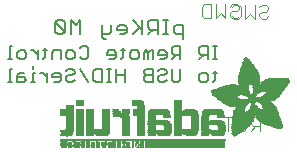
<source format=gbr>
G04 EAGLE Gerber RS-274X export*
G75*
%MOMM*%
%FSLAX34Y34*%
%LPD*%
%INSilkscreen Bottom*%
%IPPOS*%
%AMOC8*
5,1,8,0,0,1.08239X$1,22.5*%
G01*
%ADD10C,0.152400*%
%ADD11C,0.203200*%
%ADD12R,6.839700X0.016800*%
%ADD13R,0.268300X0.016800*%
%ADD14R,0.268200X0.016800*%
%ADD15R,0.251500X0.016800*%
%ADD16R,0.301800X0.016800*%
%ADD17R,0.251400X0.016800*%
%ADD18R,0.285000X0.016800*%
%ADD19R,0.301700X0.016800*%
%ADD20R,0.419100X0.016800*%
%ADD21R,0.318500X0.016800*%
%ADD22R,0.586700X0.016800*%
%ADD23R,0.586800X0.016800*%
%ADD24R,6.839700X0.016700*%
%ADD25R,0.268300X0.016700*%
%ADD26R,0.251400X0.016700*%
%ADD27R,0.251500X0.016700*%
%ADD28R,0.301800X0.016700*%
%ADD29R,0.285000X0.016700*%
%ADD30R,0.301700X0.016700*%
%ADD31R,0.419100X0.016700*%
%ADD32R,0.318500X0.016700*%
%ADD33R,0.586700X0.016700*%
%ADD34R,0.586800X0.016700*%
%ADD35R,0.318600X0.016800*%
%ADD36R,0.569900X0.016800*%
%ADD37R,0.335300X0.016800*%
%ADD38R,0.234700X0.016800*%
%ADD39R,0.234700X0.016700*%
%ADD40R,0.016700X0.016700*%
%ADD41R,0.318600X0.016700*%
%ADD42R,0.569900X0.016700*%
%ADD43R,0.335300X0.016700*%
%ADD44R,0.217900X0.016800*%
%ADD45R,0.033500X0.016800*%
%ADD46R,0.570000X0.016800*%
%ADD47R,0.201100X0.016700*%
%ADD48R,0.050300X0.016700*%
%ADD49R,0.670500X0.016700*%
%ADD50R,1.005800X0.016700*%
%ADD51R,0.570000X0.016700*%
%ADD52R,0.201100X0.016800*%
%ADD53R,0.067000X0.016800*%
%ADD54R,0.670500X0.016800*%
%ADD55R,1.005800X0.016800*%
%ADD56R,0.184400X0.016800*%
%ADD57R,0.989000X0.016800*%
%ADD58R,0.184400X0.016700*%
%ADD59R,0.067000X0.016700*%
%ADD60R,0.989000X0.016700*%
%ADD61R,0.167600X0.016800*%
%ADD62R,0.083800X0.016800*%
%ADD63R,0.637000X0.016800*%
%ADD64R,0.955500X0.016800*%
%ADD65R,0.150800X0.016800*%
%ADD66R,0.100600X0.016800*%
%ADD67R,0.536400X0.016800*%
%ADD68R,0.854900X0.016800*%
%ADD69R,0.150800X0.016700*%
%ADD70R,0.100600X0.016700*%
%ADD71R,0.352000X0.016700*%
%ADD72R,0.435900X0.016700*%
%ADD73R,0.402400X0.016700*%
%ADD74R,0.368800X0.016700*%
%ADD75R,0.134100X0.016800*%
%ADD76R,0.117300X0.016800*%
%ADD77R,0.435900X0.016800*%
%ADD78R,0.368900X0.016800*%
%ADD79R,0.603500X0.016800*%
%ADD80R,0.134100X0.016700*%
%ADD81R,0.117300X0.016700*%
%ADD82R,0.452600X0.016700*%
%ADD83R,0.620300X0.016700*%
%ADD84R,0.284900X0.016800*%
%ADD85R,0.486200X0.016800*%
%ADD86R,0.653800X0.016800*%
%ADD87R,0.804700X0.016800*%
%ADD88R,0.150900X0.016700*%
%ADD89R,0.268200X0.016700*%
%ADD90R,0.737600X0.016700*%
%ADD91R,0.603500X0.016700*%
%ADD92R,0.922000X0.016700*%
%ADD93R,0.150900X0.016800*%
%ADD94R,0.821400X0.016800*%
%ADD95R,0.972300X0.016800*%
%ADD96R,0.989100X0.016800*%
%ADD97R,0.083800X0.016700*%
%ADD98R,0.167600X0.016700*%
%ADD99R,0.821400X0.016700*%
%ADD100R,0.989100X0.016700*%
%ADD101R,0.201200X0.016700*%
%ADD102R,0.050300X0.016800*%
%ADD103R,0.201200X0.016800*%
%ADD104R,0.217900X0.016700*%
%ADD105R,0.284900X0.016700*%
%ADD106R,0.352100X0.016800*%
%ADD107R,0.620300X0.016800*%
%ADD108R,0.385600X0.016800*%
%ADD109R,0.335200X0.016800*%
%ADD110R,0.385600X0.016700*%
%ADD111R,0.687400X0.016700*%
%ADD112R,13.998000X0.016800*%
%ADD113R,13.998000X0.016700*%
%ADD114R,0.637000X0.016700*%
%ADD115R,0.486100X0.016700*%
%ADD116R,0.637100X0.016700*%
%ADD117R,0.519700X0.016700*%
%ADD118R,0.536500X0.016700*%
%ADD119R,0.787900X0.016800*%
%ADD120R,0.687400X0.016800*%
%ADD121R,0.771200X0.016800*%
%ADD122R,0.637100X0.016800*%
%ADD123R,0.720800X0.016800*%
%ADD124R,0.704100X0.016800*%
%ADD125R,0.754400X0.016800*%
%ADD126R,0.838200X0.016700*%
%ADD127R,0.871800X0.016700*%
%ADD128R,0.871700X0.016700*%
%ADD129R,0.402400X0.016800*%
%ADD130R,0.922100X0.016800*%
%ADD131R,0.938800X0.016800*%
%ADD132R,0.938800X0.016700*%
%ADD133R,1.022600X0.016700*%
%ADD134R,0.972400X0.016700*%
%ADD135R,0.972300X0.016700*%
%ADD136R,0.469400X0.016800*%
%ADD137R,1.072900X0.016800*%
%ADD138R,1.022600X0.016800*%
%ADD139R,1.005900X0.016800*%
%ADD140R,0.502900X0.016800*%
%ADD141R,1.123200X0.016800*%
%ADD142R,1.056200X0.016800*%
%ADD143R,1.123100X0.016800*%
%ADD144R,1.139900X0.016700*%
%ADD145R,1.089600X0.016700*%
%ADD146R,0.553200X0.016800*%
%ADD147R,1.190200X0.016800*%
%ADD148R,1.190300X0.016800*%
%ADD149R,1.039400X0.016800*%
%ADD150R,1.223700X0.016800*%
%ADD151R,1.173500X0.016800*%
%ADD152R,1.223800X0.016800*%
%ADD153R,1.240500X0.016700*%
%ADD154R,1.173500X0.016700*%
%ADD155R,1.240600X0.016700*%
%ADD156R,1.190300X0.016700*%
%ADD157R,1.056200X0.016700*%
%ADD158R,1.274100X0.016800*%
%ADD159R,1.274000X0.016800*%
%ADD160R,1.307600X0.016800*%
%ADD161R,1.257300X0.016800*%
%ADD162R,1.324400X0.016800*%
%ADD163R,0.687300X0.016700*%
%ADD164R,1.324400X0.016700*%
%ADD165R,1.307500X0.016700*%
%ADD166R,1.274100X0.016700*%
%ADD167R,1.072900X0.016700*%
%ADD168R,2.011600X0.016800*%
%ADD169R,1.324300X0.016800*%
%ADD170R,1.978100X0.016800*%
%ADD171R,2.011600X0.016700*%
%ADD172R,1.357900X0.016700*%
%ADD173R,1.994900X0.016700*%
%ADD174R,1.341200X0.016700*%
%ADD175R,1.089700X0.016700*%
%ADD176R,0.754300X0.016800*%
%ADD177R,1.994900X0.016800*%
%ADD178R,1.995000X0.016800*%
%ADD179R,1.089700X0.016800*%
%ADD180R,0.787900X0.016700*%
%ADD181R,1.995000X0.016700*%
%ADD182R,2.028400X0.016800*%
%ADD183R,2.011700X0.016800*%
%ADD184R,1.106500X0.016800*%
%ADD185R,2.028400X0.016700*%
%ADD186R,2.011700X0.016700*%
%ADD187R,1.106500X0.016700*%
%ADD188R,0.888400X0.016800*%
%ADD189R,0.922000X0.016800*%
%ADD190R,0.938700X0.016700*%
%ADD191R,2.045200X0.016800*%
%ADD192R,0.938700X0.016800*%
%ADD193R,0.670600X0.016700*%
%ADD194R,0.888500X0.016700*%
%ADD195R,2.045200X0.016700*%
%ADD196R,0.888400X0.016700*%
%ADD197R,0.804600X0.016800*%
%ADD198R,2.028500X0.016800*%
%ADD199R,1.056100X0.016700*%
%ADD200R,0.771100X0.016700*%
%ADD201R,0.754300X0.016700*%
%ADD202R,2.028500X0.016700*%
%ADD203R,0.737700X0.016700*%
%ADD204R,1.072800X0.016800*%
%ADD205R,0.871700X0.016800*%
%ADD206R,0.737600X0.016800*%
%ADD207R,0.871800X0.016800*%
%ADD208R,1.089600X0.016800*%
%ADD209R,0.704000X0.016800*%
%ADD210R,0.687300X0.016800*%
%ADD211R,0.670600X0.016800*%
%ADD212R,1.123100X0.016700*%
%ADD213R,0.720800X0.016700*%
%ADD214R,0.653700X0.016700*%
%ADD215R,0.653800X0.016700*%
%ADD216R,1.139900X0.016800*%
%ADD217R,1.173400X0.016800*%
%ADD218R,1.190200X0.016700*%
%ADD219R,1.207000X0.016800*%
%ADD220R,1.240500X0.016800*%
%ADD221R,0.469400X0.016700*%
%ADD222R,1.274000X0.016700*%
%ADD223R,0.519600X0.016800*%
%ADD224R,1.341100X0.016800*%
%ADD225R,0.771200X0.016700*%
%ADD226R,1.374600X0.016700*%
%ADD227R,0.838200X0.016800*%
%ADD228R,1.391400X0.016800*%
%ADD229R,1.424900X0.016800*%
%ADD230R,1.441700X0.016700*%
%ADD231R,1.475200X0.016800*%
%ADD232R,1.491900X0.016700*%
%ADD233R,1.525500X0.016800*%
%ADD234R,1.559000X0.016700*%
%ADD235R,1.575800X0.016800*%
%ADD236R,1.307600X0.016700*%
%ADD237R,1.592500X0.016700*%
%ADD238R,1.374700X0.016800*%
%ADD239R,1.609300X0.016800*%
%ADD240R,1.408200X0.016800*%
%ADD241R,1.626100X0.016800*%
%ADD242R,1.626100X0.016700*%
%ADD243R,1.508800X0.016800*%
%ADD244R,1.659600X0.016800*%
%ADD245R,1.559000X0.016800*%
%ADD246R,1.676400X0.016800*%
%ADD247R,1.575800X0.016700*%
%ADD248R,1.676400X0.016700*%
%ADD249R,1.978100X0.016700*%
%ADD250R,1.693100X0.016800*%
%ADD251R,1.642800X0.016800*%
%ADD252R,1.709900X0.016800*%
%ADD253R,1.961300X0.016800*%
%ADD254R,1.726600X0.016700*%
%ADD255R,1.961300X0.016700*%
%ADD256R,1.693200X0.016800*%
%ADD257R,1.726600X0.016800*%
%ADD258R,1.944600X0.016800*%
%ADD259R,1.726700X0.016700*%
%ADD260R,1.743400X0.016700*%
%ADD261R,1.944600X0.016700*%
%ADD262R,1.726700X0.016800*%
%ADD263R,1.760200X0.016800*%
%ADD264R,1.927800X0.016800*%
%ADD265R,1.911000X0.016800*%
%ADD266R,1.793700X0.016700*%
%ADD267R,1.776900X0.016700*%
%ADD268R,1.911100X0.016700*%
%ADD269R,1.894300X0.016700*%
%ADD270R,1.793800X0.016800*%
%ADD271R,1.776900X0.016800*%
%ADD272R,1.911100X0.016800*%
%ADD273R,1.894300X0.016800*%
%ADD274R,1.827300X0.016800*%
%ADD275R,1.810500X0.016800*%
%ADD276R,1.877500X0.016800*%
%ADD277R,1.844100X0.016700*%
%ADD278R,1.810500X0.016700*%
%ADD279R,1.860800X0.016700*%
%ADD280R,1.844000X0.016700*%
%ADD281R,1.860900X0.016800*%
%ADD282R,1.844000X0.016800*%
%ADD283R,1.827200X0.016800*%
%ADD284R,1.860800X0.016800*%
%ADD285R,1.793700X0.016800*%
%ADD286R,1.877600X0.016700*%
%ADD287R,1.827200X0.016700*%
%ADD288R,1.927800X0.016700*%
%ADD289R,1.927900X0.016800*%
%ADD290R,1.944700X0.016700*%
%ADD291R,1.877500X0.016700*%
%ADD292R,1.961400X0.016800*%
%ADD293R,1.961400X0.016700*%
%ADD294R,1.978200X0.016800*%
%ADD295R,1.911000X0.016700*%
%ADD296R,0.620200X0.016800*%
%ADD297R,1.425000X0.016800*%
%ADD298R,0.620200X0.016700*%
%ADD299R,1.425000X0.016700*%
%ADD300R,0.653700X0.016800*%
%ADD301R,0.704100X0.016700*%
%ADD302R,0.804700X0.016700*%
%ADD303R,0.905200X0.016800*%
%ADD304R,1.894400X0.016800*%
%ADD305R,1.927900X0.016700*%
%ADD306R,1.877600X0.016800*%
%ADD307R,3.889300X0.016800*%
%ADD308R,3.872500X0.016700*%
%ADD309R,3.872500X0.016800*%
%ADD310R,3.855700X0.016700*%
%ADD311R,0.754400X0.016700*%
%ADD312R,3.855700X0.016800*%
%ADD313R,3.839000X0.016800*%
%ADD314R,0.720900X0.016800*%
%ADD315R,3.822200X0.016700*%
%ADD316R,2.715700X0.016800*%
%ADD317R,2.632000X0.016800*%
%ADD318R,1.290800X0.016800*%
%ADD319R,2.615200X0.016700*%
%ADD320R,1.257300X0.016700*%
%ADD321R,2.581700X0.016800*%
%ADD322R,1.240600X0.016800*%
%ADD323R,2.564900X0.016800*%
%ADD324R,1.760300X0.016800*%
%ADD325R,2.531400X0.016700*%
%ADD326R,1.156700X0.016700*%
%ADD327R,2.514600X0.016800*%
%ADD328R,0.955600X0.016800*%
%ADD329R,2.497800X0.016800*%
%ADD330R,1.659700X0.016800*%
%ADD331R,2.464300X0.016700*%
%ADD332R,1.039300X0.016700*%
%ADD333R,2.447500X0.016800*%
%ADD334R,1.592500X0.016800*%
%ADD335R,0.536500X0.016800*%
%ADD336R,2.430800X0.016700*%
%ADD337R,1.559100X0.016700*%
%ADD338R,1.542300X0.016700*%
%ADD339R,0.502900X0.016700*%
%ADD340R,2.414000X0.016800*%
%ADD341R,0.905300X0.016800*%
%ADD342R,1.508700X0.016800*%
%ADD343R,0.888500X0.016800*%
%ADD344R,2.397300X0.016800*%
%ADD345R,1.441700X0.016800*%
%ADD346R,0.452700X0.016800*%
%ADD347R,1.290900X0.016700*%
%ADD348R,1.156700X0.016800*%
%ADD349R,0.855000X0.016800*%
%ADD350R,1.123200X0.016700*%
%ADD351R,0.720900X0.016700*%
%ADD352R,1.106400X0.016800*%
%ADD353R,1.106400X0.016700*%
%ADD354R,0.771100X0.016800*%
%ADD355R,0.435800X0.016700*%
%ADD356R,1.592600X0.016700*%
%ADD357R,0.435800X0.016800*%
%ADD358R,1.642900X0.016800*%
%ADD359R,0.402300X0.016800*%
%ADD360R,1.793800X0.016700*%
%ADD361R,0.368800X0.016800*%
%ADD362R,1.056100X0.016800*%
%ADD363R,1.039400X0.016700*%
%ADD364R,2.078800X0.016800*%
%ADD365R,0.335200X0.016700*%
%ADD366R,2.145800X0.016700*%
%ADD367R,2.162600X0.016800*%
%ADD368R,0.352000X0.016800*%
%ADD369R,2.212800X0.016800*%
%ADD370R,2.279900X0.016700*%
%ADD371R,2.330200X0.016800*%
%ADD372R,2.799500X0.016800*%
%ADD373R,2.816300X0.016700*%
%ADD374R,0.955500X0.016700*%
%ADD375R,2.849900X0.016800*%
%ADD376R,2.916900X0.016800*%
%ADD377R,4.224500X0.016700*%
%ADD378R,4.291600X0.016800*%
%ADD379R,4.409000X0.016800*%
%ADD380R,4.509500X0.016700*%
%ADD381R,4.526300X0.016800*%
%ADD382R,4.626800X0.016700*%
%ADD383R,4.693900X0.016800*%
%ADD384R,4.727400X0.016800*%
%ADD385R,2.548200X0.016700*%
%ADD386R,2.179300X0.016700*%
%ADD387R,2.430800X0.016800*%
%ADD388R,2.414000X0.016700*%
%ADD389R,2.414100X0.016800*%
%ADD390R,2.430700X0.016700*%
%ADD391R,2.447600X0.016700*%
%ADD392R,1.559100X0.016800*%
%ADD393R,1.525500X0.016700*%
%ADD394R,1.492000X0.016800*%
%ADD395R,1.491900X0.016800*%
%ADD396R,1.458500X0.016700*%
%ADD397R,2.061900X0.016800*%
%ADD398R,1.408100X0.016700*%
%ADD399R,0.905200X0.016700*%
%ADD400R,2.112300X0.016700*%
%ADD401R,2.179300X0.016800*%
%ADD402R,1.408200X0.016700*%
%ADD403R,2.212900X0.016700*%
%ADD404R,1.140000X0.016800*%
%ADD405R,3.319300X0.016800*%
%ADD406R,1.374700X0.016700*%
%ADD407R,0.402300X0.016700*%
%ADD408R,3.302500X0.016700*%
%ADD409R,3.285700X0.016800*%
%ADD410R,1.357900X0.016800*%
%ADD411R,3.269000X0.016800*%
%ADD412R,3.285800X0.016700*%
%ADD413R,3.268900X0.016800*%
%ADD414R,0.452700X0.016700*%
%ADD415R,3.268900X0.016700*%
%ADD416R,1.391400X0.016700*%
%ADD417R,3.269000X0.016700*%
%ADD418R,1.374600X0.016800*%
%ADD419R,0.519700X0.016800*%
%ADD420R,3.252200X0.016800*%
%ADD421R,3.235400X0.016800*%
%ADD422R,3.235400X0.016700*%
%ADD423R,3.218600X0.016800*%
%ADD424R,3.201900X0.016800*%
%ADD425R,3.201900X0.016700*%
%ADD426R,1.458500X0.016800*%
%ADD427R,1.525600X0.016800*%
%ADD428R,3.185100X0.016800*%
%ADD429R,2.531300X0.016700*%
%ADD430R,3.168400X0.016700*%
%ADD431R,2.531300X0.016800*%
%ADD432R,3.151600X0.016800*%
%ADD433R,2.548100X0.016800*%
%ADD434R,3.134900X0.016800*%
%ADD435R,2.564900X0.016700*%
%ADD436R,3.118100X0.016700*%
%ADD437R,2.581600X0.016800*%
%ADD438R,3.101400X0.016800*%
%ADD439R,2.598400X0.016700*%
%ADD440R,3.067900X0.016700*%
%ADD441R,2.598400X0.016800*%
%ADD442R,3.034300X0.016800*%
%ADD443R,2.615100X0.016800*%
%ADD444R,3.000800X0.016800*%
%ADD445R,2.631900X0.016700*%
%ADD446R,2.950500X0.016700*%
%ADD447R,2.648700X0.016800*%
%ADD448R,2.900200X0.016800*%
%ADD449R,2.665500X0.016800*%
%ADD450R,2.682200X0.016700*%
%ADD451R,2.799600X0.016700*%
%ADD452R,2.699000X0.016800*%
%ADD453R,2.732500X0.016800*%
%ADD454R,2.749300X0.016700*%
%ADD455R,2.632000X0.016700*%
%ADD456R,2.749300X0.016800*%
%ADD457R,2.766100X0.016700*%
%ADD458R,2.766100X0.016800*%
%ADD459R,2.481100X0.016800*%
%ADD460R,2.782900X0.016800*%
%ADD461R,2.380500X0.016700*%
%ADD462R,2.833100X0.016800*%
%ADD463R,1.592600X0.016800*%
%ADD464R,2.849900X0.016700*%
%ADD465R,2.883400X0.016800*%
%ADD466R,2.917000X0.016700*%
%ADD467R,2.933700X0.016800*%
%ADD468R,2.967200X0.016800*%
%ADD469R,2.967200X0.016700*%
%ADD470R,3.017500X0.016700*%
%ADD471R,3.051000X0.016800*%
%ADD472R,0.788000X0.016800*%
%ADD473R,3.084600X0.016800*%
%ADD474R,2.397300X0.016700*%
%ADD475R,2.397200X0.016800*%
%ADD476R,1.760200X0.016700*%
%ADD477R,2.397200X0.016700*%
%ADD478R,1.827300X0.016700*%
%ADD479R,2.380500X0.016800*%
%ADD480R,2.363700X0.016800*%
%ADD481R,2.363700X0.016700*%
%ADD482R,2.346900X0.016800*%
%ADD483R,2.296600X0.016700*%
%ADD484R,2.279900X0.016800*%
%ADD485R,2.246300X0.016800*%
%ADD486R,2.229600X0.016700*%
%ADD487R,2.129100X0.016800*%
%ADD488R,2.112300X0.016800*%
%ADD489R,1.609300X0.016700*%
%ADD490R,1.743400X0.016800*%
%ADD491R,1.693100X0.016700*%
%ADD492R,1.659700X0.016700*%
%ADD493R,1.575900X0.016800*%
%ADD494R,1.575900X0.016700*%
%ADD495R,1.475200X0.016700*%
%ADD496R,1.324300X0.016700*%
%ADD497R,1.290800X0.016700*%
%ADD498R,1.207000X0.016700*%
%ADD499R,0.854900X0.016700*%
%ADD500R,0.821500X0.016700*%
%ADD501R,0.821500X0.016800*%
%ADD502R,0.218000X0.016800*%
%ADD503C,0.101600*%


D10*
X179578Y80772D02*
X175850Y80772D01*
X177714Y80772D02*
X177714Y91958D01*
X179578Y91958D02*
X175850Y91958D01*
X171782Y91958D02*
X171782Y80772D01*
X171782Y91958D02*
X166189Y91958D01*
X164325Y90093D01*
X164325Y86365D01*
X166189Y84501D01*
X171782Y84501D01*
X168054Y84501D02*
X164325Y80772D01*
X148394Y80772D02*
X148394Y91958D01*
X142801Y91958D01*
X140937Y90093D01*
X140937Y86365D01*
X142801Y84501D01*
X148394Y84501D01*
X144666Y84501D02*
X140937Y80772D01*
X134836Y80772D02*
X131107Y80772D01*
X134836Y80772D02*
X136700Y82636D01*
X136700Y86365D01*
X134836Y88229D01*
X131107Y88229D01*
X129243Y86365D01*
X129243Y84501D01*
X136700Y84501D01*
X125006Y88229D02*
X125006Y80772D01*
X125006Y88229D02*
X123142Y88229D01*
X121278Y86365D01*
X121278Y80772D01*
X121278Y86365D02*
X119413Y88229D01*
X117549Y86365D01*
X117549Y80772D01*
X111448Y80772D02*
X107719Y80772D01*
X105855Y82636D01*
X105855Y86365D01*
X107719Y88229D01*
X111448Y88229D01*
X113312Y86365D01*
X113312Y82636D01*
X111448Y80772D01*
X99754Y82636D02*
X99754Y90093D01*
X99754Y82636D02*
X97890Y80772D01*
X97890Y88229D02*
X101618Y88229D01*
X91958Y80772D02*
X88230Y80772D01*
X91958Y80772D02*
X93822Y82636D01*
X93822Y86365D01*
X91958Y88229D01*
X88230Y88229D01*
X86365Y86365D01*
X86365Y84501D01*
X93822Y84501D01*
X64842Y91958D02*
X62977Y90093D01*
X64842Y91958D02*
X68570Y91958D01*
X70434Y90093D01*
X70434Y82636D01*
X68570Y80772D01*
X64842Y80772D01*
X62977Y82636D01*
X56876Y80772D02*
X53148Y80772D01*
X51283Y82636D01*
X51283Y86365D01*
X53148Y88229D01*
X56876Y88229D01*
X58740Y86365D01*
X58740Y82636D01*
X56876Y80772D01*
X47046Y80772D02*
X47046Y88229D01*
X41454Y88229D01*
X39589Y86365D01*
X39589Y80772D01*
X33488Y82636D02*
X33488Y90093D01*
X33488Y82636D02*
X31624Y80772D01*
X31624Y88229D02*
X35352Y88229D01*
X27556Y88229D02*
X27556Y80772D01*
X27556Y84501D02*
X23828Y88229D01*
X21964Y88229D01*
X15947Y80772D02*
X12219Y80772D01*
X10354Y82636D01*
X10354Y86365D01*
X12219Y88229D01*
X15947Y88229D01*
X17811Y86365D01*
X17811Y82636D01*
X15947Y80772D01*
X6118Y91958D02*
X4253Y91958D01*
X4253Y80772D01*
X2389Y80772D02*
X6118Y80772D01*
X177714Y71043D02*
X177714Y63586D01*
X175850Y61722D01*
X175850Y69179D02*
X179578Y69179D01*
X169918Y61722D02*
X166189Y61722D01*
X164325Y63586D01*
X164325Y67315D01*
X166189Y69179D01*
X169918Y69179D01*
X171782Y67315D01*
X171782Y63586D01*
X169918Y61722D01*
X148394Y63586D02*
X148394Y72908D01*
X148394Y63586D02*
X146530Y61722D01*
X142801Y61722D01*
X140937Y63586D01*
X140937Y72908D01*
X131107Y72908D02*
X129243Y71043D01*
X131107Y72908D02*
X134836Y72908D01*
X136700Y71043D01*
X136700Y69179D01*
X134836Y67315D01*
X131107Y67315D01*
X129243Y65451D01*
X129243Y63586D01*
X131107Y61722D01*
X134836Y61722D01*
X136700Y63586D01*
X125006Y61722D02*
X125006Y72908D01*
X119413Y72908D01*
X117549Y71043D01*
X117549Y69179D01*
X119413Y67315D01*
X117549Y65451D01*
X117549Y63586D01*
X119413Y61722D01*
X125006Y61722D01*
X125006Y67315D02*
X119413Y67315D01*
X101618Y61722D02*
X101618Y72908D01*
X101618Y67315D02*
X94161Y67315D01*
X94161Y72908D02*
X94161Y61722D01*
X89924Y61722D02*
X86196Y61722D01*
X88060Y61722D02*
X88060Y72908D01*
X89924Y72908D02*
X86196Y72908D01*
X82128Y72908D02*
X82128Y61722D01*
X76536Y61722D01*
X74671Y63586D01*
X74671Y71043D01*
X76536Y72908D01*
X82128Y72908D01*
X70434Y61722D02*
X62977Y72908D01*
X53148Y72908D02*
X51283Y71043D01*
X53148Y72908D02*
X56876Y72908D01*
X58740Y71043D01*
X58740Y69179D01*
X56876Y67315D01*
X53148Y67315D01*
X51283Y65451D01*
X51283Y63586D01*
X53148Y61722D01*
X56876Y61722D01*
X58740Y63586D01*
X45182Y61722D02*
X41454Y61722D01*
X45182Y61722D02*
X47046Y63586D01*
X47046Y67315D01*
X45182Y69179D01*
X41454Y69179D01*
X39589Y67315D01*
X39589Y65451D01*
X47046Y65451D01*
X35352Y69179D02*
X35352Y61722D01*
X35352Y65451D02*
X31624Y69179D01*
X29760Y69179D01*
X25607Y69179D02*
X23743Y69179D01*
X23743Y61722D01*
X25607Y61722D02*
X21879Y61722D01*
X23743Y72908D02*
X23743Y74772D01*
X15947Y69179D02*
X12219Y69179D01*
X10354Y67315D01*
X10354Y61722D01*
X15947Y61722D01*
X17811Y63586D01*
X15947Y65451D01*
X10354Y65451D01*
X6118Y72908D02*
X4253Y72908D01*
X4253Y61722D01*
X2389Y61722D02*
X6118Y61722D01*
D11*
X150989Y97787D02*
X150989Y109989D01*
X144888Y109989D01*
X142854Y107955D01*
X142854Y103888D01*
X144888Y101854D01*
X150989Y101854D01*
X137892Y101854D02*
X133824Y101854D01*
X135858Y101854D02*
X135858Y114056D01*
X137892Y114056D02*
X133824Y114056D01*
X129160Y114056D02*
X129160Y101854D01*
X129160Y114056D02*
X123059Y114056D01*
X121025Y112023D01*
X121025Y107955D01*
X123059Y105921D01*
X129160Y105921D01*
X125093Y105921D02*
X121025Y101854D01*
X116063Y101854D02*
X116063Y114056D01*
X116063Y105921D02*
X107928Y114056D01*
X114029Y107955D02*
X107928Y101854D01*
X100932Y101854D02*
X96864Y101854D01*
X100932Y101854D02*
X102966Y103888D01*
X102966Y107955D01*
X100932Y109989D01*
X96864Y109989D01*
X94831Y107955D01*
X94831Y105921D01*
X102966Y105921D01*
X89868Y103888D02*
X89868Y109989D01*
X89868Y103888D02*
X87835Y101854D01*
X81733Y101854D01*
X81733Y99820D02*
X81733Y109989D01*
X81733Y99820D02*
X83767Y97787D01*
X85801Y97787D01*
X63674Y101854D02*
X63674Y114056D01*
X59606Y109989D01*
X55539Y114056D01*
X55539Y101854D01*
X50577Y103888D02*
X50577Y112023D01*
X48543Y114056D01*
X44475Y114056D01*
X42442Y112023D01*
X42442Y103888D01*
X44475Y101854D01*
X48543Y101854D01*
X50577Y103888D01*
X42442Y112023D01*
D12*
X152592Y5410D03*
D13*
X116046Y5410D03*
D14*
X112525Y5410D03*
D15*
X108083Y5410D03*
D13*
X104479Y5410D03*
D16*
X100455Y5410D03*
D17*
X96348Y5410D03*
D18*
X92492Y5410D03*
D19*
X88553Y5410D03*
D20*
X83943Y5410D03*
X78746Y5410D03*
D21*
X74052Y5410D03*
D18*
X70028Y5410D03*
X66173Y5410D03*
D22*
X60641Y5410D03*
D19*
X55193Y5410D03*
D23*
X49744Y5410D03*
D24*
X152592Y5578D03*
D25*
X116046Y5578D03*
D26*
X112609Y5578D03*
D27*
X108083Y5578D03*
D28*
X104311Y5578D03*
D29*
X100371Y5578D03*
D30*
X96432Y5578D03*
D29*
X92492Y5578D03*
D30*
X88553Y5578D03*
D31*
X83943Y5578D03*
X78746Y5578D03*
D32*
X74052Y5578D03*
D29*
X70028Y5578D03*
X66173Y5578D03*
D33*
X60641Y5578D03*
D32*
X55277Y5578D03*
D34*
X49744Y5578D03*
D12*
X152592Y5745D03*
D13*
X116046Y5745D03*
D17*
X112609Y5745D03*
D15*
X108083Y5745D03*
D35*
X104227Y5745D03*
D13*
X100288Y5745D03*
D21*
X96348Y5745D03*
D18*
X92492Y5745D03*
D21*
X88637Y5745D03*
D20*
X83943Y5745D03*
X78746Y5745D03*
D21*
X74052Y5745D03*
D18*
X70028Y5745D03*
X66173Y5745D03*
D36*
X60725Y5745D03*
D37*
X55193Y5745D03*
D23*
X49744Y5745D03*
D12*
X152592Y5913D03*
D13*
X116046Y5913D03*
D38*
X112693Y5913D03*
D15*
X108083Y5913D03*
D35*
X104227Y5913D03*
D13*
X100288Y5913D03*
D21*
X96348Y5913D03*
D17*
X92492Y5913D03*
D21*
X88637Y5913D03*
D20*
X83943Y5913D03*
X78746Y5913D03*
D21*
X74052Y5913D03*
D18*
X70028Y5913D03*
X66173Y5913D03*
D36*
X60725Y5913D03*
D37*
X55193Y5913D03*
D23*
X49744Y5913D03*
D24*
X152592Y6081D03*
D25*
X116046Y6081D03*
D39*
X112693Y6081D03*
D40*
X110430Y6081D03*
D27*
X108083Y6081D03*
D41*
X104227Y6081D03*
D25*
X100288Y6081D03*
D32*
X96348Y6081D03*
D26*
X92492Y6081D03*
D32*
X88637Y6081D03*
D31*
X83943Y6081D03*
X78746Y6081D03*
D32*
X74052Y6081D03*
D29*
X70028Y6081D03*
X66173Y6081D03*
D42*
X60725Y6081D03*
D43*
X55193Y6081D03*
D34*
X49744Y6081D03*
D12*
X152592Y6248D03*
D13*
X116046Y6248D03*
D44*
X112777Y6248D03*
D45*
X110514Y6248D03*
D15*
X108083Y6248D03*
D35*
X104227Y6248D03*
D13*
X100288Y6248D03*
D21*
X96348Y6248D03*
D17*
X92492Y6248D03*
D21*
X88637Y6248D03*
D20*
X83943Y6248D03*
X78746Y6248D03*
D19*
X74136Y6248D03*
D18*
X70028Y6248D03*
X66173Y6248D03*
D36*
X60725Y6248D03*
D37*
X55193Y6248D03*
D46*
X49660Y6248D03*
D12*
X152592Y6416D03*
D13*
X116046Y6416D03*
D44*
X112777Y6416D03*
D45*
X110514Y6416D03*
D15*
X108083Y6416D03*
D35*
X104227Y6416D03*
D13*
X100288Y6416D03*
D21*
X96348Y6416D03*
D17*
X92492Y6416D03*
D21*
X88637Y6416D03*
D20*
X83943Y6416D03*
X78746Y6416D03*
D19*
X74136Y6416D03*
D18*
X70028Y6416D03*
X66173Y6416D03*
D36*
X60725Y6416D03*
D37*
X55193Y6416D03*
D46*
X49660Y6416D03*
D24*
X152592Y6584D03*
D25*
X116046Y6584D03*
D47*
X112861Y6584D03*
D48*
X110598Y6584D03*
D27*
X108083Y6584D03*
D41*
X104227Y6584D03*
D25*
X100288Y6584D03*
D32*
X96348Y6584D03*
D49*
X90397Y6584D03*
D31*
X83943Y6584D03*
X78746Y6584D03*
D30*
X74136Y6584D03*
D28*
X70112Y6584D03*
D29*
X66173Y6584D03*
D50*
X58545Y6584D03*
D51*
X49660Y6584D03*
D12*
X152592Y6751D03*
D13*
X116046Y6751D03*
D52*
X112861Y6751D03*
D53*
X110681Y6751D03*
D15*
X108083Y6751D03*
D35*
X104227Y6751D03*
D15*
X100204Y6751D03*
D21*
X96348Y6751D03*
D54*
X90397Y6751D03*
D20*
X83943Y6751D03*
X78746Y6751D03*
D19*
X74136Y6751D03*
D16*
X70112Y6751D03*
D18*
X66173Y6751D03*
D55*
X58545Y6751D03*
D23*
X49744Y6751D03*
D12*
X152592Y6919D03*
D13*
X116046Y6919D03*
D56*
X112944Y6919D03*
D53*
X110681Y6919D03*
D15*
X108083Y6919D03*
D37*
X104144Y6919D03*
D15*
X100204Y6919D03*
D21*
X96348Y6919D03*
D54*
X90397Y6919D03*
D20*
X83943Y6919D03*
X78746Y6919D03*
D19*
X74136Y6919D03*
D16*
X70112Y6919D03*
D18*
X66173Y6919D03*
D57*
X58629Y6919D03*
D23*
X49744Y6919D03*
D24*
X152592Y7087D03*
D25*
X116046Y7087D03*
D58*
X112944Y7087D03*
D59*
X110681Y7087D03*
D27*
X108083Y7087D03*
D43*
X104144Y7087D03*
D27*
X100204Y7087D03*
D32*
X96348Y7087D03*
D49*
X90397Y7087D03*
D31*
X83943Y7087D03*
X78746Y7087D03*
D29*
X74219Y7087D03*
D41*
X70196Y7087D03*
D29*
X66173Y7087D03*
D60*
X58629Y7087D03*
D34*
X49744Y7087D03*
D12*
X152592Y7254D03*
D13*
X116046Y7254D03*
D61*
X113028Y7254D03*
D62*
X110765Y7254D03*
D15*
X108083Y7254D03*
D37*
X104144Y7254D03*
D15*
X100204Y7254D03*
D21*
X96348Y7254D03*
D63*
X90564Y7254D03*
D20*
X83943Y7254D03*
X78746Y7254D03*
D35*
X70196Y7254D03*
D18*
X66173Y7254D03*
D64*
X58797Y7254D03*
D23*
X49744Y7254D03*
D12*
X152592Y7422D03*
D13*
X116046Y7422D03*
D65*
X113112Y7422D03*
D66*
X110849Y7422D03*
D15*
X108083Y7422D03*
D37*
X104144Y7422D03*
D15*
X100204Y7422D03*
D21*
X96348Y7422D03*
D67*
X91067Y7422D03*
D20*
X83943Y7422D03*
X78746Y7422D03*
D37*
X70280Y7422D03*
D18*
X66173Y7422D03*
D68*
X59300Y7422D03*
D23*
X49744Y7422D03*
D24*
X152592Y7590D03*
D25*
X116046Y7590D03*
D69*
X113112Y7590D03*
D70*
X110849Y7590D03*
D27*
X108083Y7590D03*
D43*
X104144Y7590D03*
D27*
X100204Y7590D03*
D32*
X96348Y7590D03*
D71*
X91989Y7590D03*
D72*
X84027Y7590D03*
D31*
X78746Y7590D03*
D73*
X70615Y7590D03*
D29*
X66173Y7590D03*
D74*
X58713Y7590D03*
D34*
X49744Y7590D03*
D12*
X152592Y7757D03*
D13*
X116046Y7757D03*
D75*
X113196Y7757D03*
D76*
X110933Y7757D03*
D15*
X108083Y7757D03*
D37*
X104144Y7757D03*
D15*
X100204Y7757D03*
D21*
X96348Y7757D03*
D19*
X92241Y7757D03*
D77*
X84027Y7757D03*
D20*
X78746Y7757D03*
D78*
X70448Y7757D03*
D18*
X66173Y7757D03*
D21*
X58965Y7757D03*
D79*
X49828Y7757D03*
D24*
X152592Y7925D03*
D25*
X116046Y7925D03*
D80*
X113196Y7925D03*
D81*
X110933Y7925D03*
D27*
X108083Y7925D03*
D43*
X104144Y7925D03*
D27*
X100204Y7925D03*
D32*
X96348Y7925D03*
D30*
X92241Y7925D03*
D82*
X84110Y7925D03*
D31*
X78746Y7925D03*
D43*
X70280Y7925D03*
D29*
X66173Y7925D03*
D32*
X58965Y7925D03*
D83*
X49912Y7925D03*
D12*
X152592Y8092D03*
D13*
X116046Y8092D03*
D76*
X113280Y8092D03*
X110933Y8092D03*
D15*
X108083Y8092D03*
D37*
X104144Y8092D03*
D15*
X100204Y8092D03*
D21*
X96348Y8092D03*
D84*
X92325Y8092D03*
D85*
X84278Y8092D03*
D20*
X78746Y8092D03*
D14*
X74303Y8092D03*
D35*
X70196Y8092D03*
D18*
X66173Y8092D03*
D16*
X59048Y8092D03*
D86*
X50079Y8092D03*
D12*
X152592Y8260D03*
D13*
X116046Y8260D03*
D76*
X113280Y8260D03*
D75*
X111017Y8260D03*
D15*
X108083Y8260D03*
D37*
X104144Y8260D03*
D15*
X100204Y8260D03*
D21*
X96348Y8260D03*
D14*
X92408Y8260D03*
D63*
X85032Y8260D03*
D20*
X78746Y8260D03*
D19*
X74136Y8260D03*
D16*
X70112Y8260D03*
D18*
X66173Y8260D03*
D16*
X59048Y8260D03*
D87*
X50834Y8260D03*
D24*
X152592Y8428D03*
D25*
X116046Y8428D03*
D70*
X113363Y8428D03*
D88*
X111101Y8428D03*
D27*
X108083Y8428D03*
D43*
X104144Y8428D03*
D27*
X100204Y8428D03*
D32*
X96348Y8428D03*
D89*
X92408Y8428D03*
D90*
X85535Y8428D03*
D31*
X78746Y8428D03*
D30*
X74136Y8428D03*
D28*
X70112Y8428D03*
D29*
X66173Y8428D03*
D91*
X60557Y8428D03*
D92*
X51420Y8428D03*
D12*
X152592Y8595D03*
D13*
X116046Y8595D03*
D66*
X113363Y8595D03*
D93*
X111101Y8595D03*
D15*
X108083Y8595D03*
D37*
X104144Y8595D03*
D15*
X100204Y8595D03*
D21*
X96348Y8595D03*
D14*
X92408Y8595D03*
D94*
X85954Y8595D03*
D20*
X78746Y8595D03*
D21*
X74052Y8595D03*
D18*
X70028Y8595D03*
X66173Y8595D03*
D22*
X60641Y8595D03*
D95*
X51672Y8595D03*
D12*
X152592Y8763D03*
D13*
X116046Y8763D03*
D62*
X113447Y8763D03*
D61*
X111184Y8763D03*
D15*
X108083Y8763D03*
D35*
X104227Y8763D03*
D15*
X100204Y8763D03*
D21*
X96348Y8763D03*
D14*
X92408Y8763D03*
D94*
X85954Y8763D03*
D20*
X78746Y8763D03*
D21*
X74052Y8763D03*
D18*
X70028Y8763D03*
X66173Y8763D03*
D22*
X60641Y8763D03*
D96*
X51756Y8763D03*
D24*
X152592Y8931D03*
D25*
X116046Y8931D03*
D97*
X113447Y8931D03*
D98*
X111184Y8931D03*
D27*
X108083Y8931D03*
D41*
X104227Y8931D03*
D27*
X100204Y8931D03*
D32*
X96348Y8931D03*
D89*
X92408Y8931D03*
D99*
X85954Y8931D03*
D31*
X78746Y8931D03*
D32*
X74052Y8931D03*
D29*
X70028Y8931D03*
X66173Y8931D03*
D33*
X60641Y8931D03*
D100*
X51756Y8931D03*
D12*
X152592Y9098D03*
D13*
X116046Y9098D03*
D53*
X113531Y9098D03*
D56*
X111268Y9098D03*
D15*
X108083Y9098D03*
D35*
X104227Y9098D03*
D13*
X100288Y9098D03*
D21*
X96348Y9098D03*
D14*
X92408Y9098D03*
D94*
X85954Y9098D03*
D20*
X78746Y9098D03*
D21*
X74052Y9098D03*
D18*
X70028Y9098D03*
X66173Y9098D03*
D22*
X60641Y9098D03*
D96*
X51756Y9098D03*
D12*
X152592Y9266D03*
D13*
X116046Y9266D03*
D53*
X113531Y9266D03*
D56*
X111268Y9266D03*
D15*
X108083Y9266D03*
D35*
X104227Y9266D03*
D13*
X100288Y9266D03*
D21*
X96348Y9266D03*
D14*
X92408Y9266D03*
D94*
X85954Y9266D03*
D20*
X78746Y9266D03*
D21*
X74052Y9266D03*
D18*
X70028Y9266D03*
X66173Y9266D03*
D22*
X60641Y9266D03*
D96*
X51756Y9266D03*
D24*
X152592Y9434D03*
D25*
X116046Y9434D03*
D48*
X113615Y9434D03*
D101*
X111352Y9434D03*
D27*
X108083Y9434D03*
D41*
X104227Y9434D03*
D25*
X100288Y9434D03*
D32*
X96348Y9434D03*
D89*
X92408Y9434D03*
D30*
X88553Y9434D03*
D72*
X84027Y9434D03*
D31*
X78746Y9434D03*
D32*
X74052Y9434D03*
D29*
X70028Y9434D03*
X66173Y9434D03*
D33*
X60641Y9434D03*
D30*
X55193Y9434D03*
D34*
X49744Y9434D03*
D12*
X152592Y9601D03*
D13*
X116046Y9601D03*
D102*
X113615Y9601D03*
D103*
X111352Y9601D03*
D15*
X108083Y9601D03*
D35*
X104227Y9601D03*
D13*
X100288Y9601D03*
D21*
X96348Y9601D03*
D14*
X92408Y9601D03*
D84*
X88637Y9601D03*
D77*
X84027Y9601D03*
D20*
X78746Y9601D03*
D21*
X74052Y9601D03*
D18*
X70028Y9601D03*
X66173Y9601D03*
D22*
X60641Y9601D03*
D19*
X55193Y9601D03*
D23*
X49744Y9601D03*
D24*
X152592Y9769D03*
D25*
X116046Y9769D03*
D48*
X113615Y9769D03*
D104*
X111436Y9769D03*
D27*
X108083Y9769D03*
D41*
X104227Y9769D03*
D25*
X100288Y9769D03*
D32*
X96348Y9769D03*
D89*
X92408Y9769D03*
D105*
X88637Y9769D03*
D72*
X84027Y9769D03*
D31*
X78746Y9769D03*
D32*
X74052Y9769D03*
D29*
X70028Y9769D03*
X66173Y9769D03*
D33*
X60641Y9769D03*
D30*
X55193Y9769D03*
D34*
X49744Y9769D03*
D12*
X152592Y9936D03*
D13*
X116046Y9936D03*
D38*
X111520Y9936D03*
D15*
X108083Y9936D03*
D35*
X104227Y9936D03*
D13*
X100288Y9936D03*
D21*
X96348Y9936D03*
D14*
X92408Y9936D03*
D84*
X88637Y9936D03*
D77*
X84027Y9936D03*
D20*
X78746Y9936D03*
D21*
X74052Y9936D03*
D18*
X70028Y9936D03*
X66173Y9936D03*
D22*
X60641Y9936D03*
D19*
X55193Y9936D03*
D23*
X49744Y9936D03*
D12*
X152592Y10104D03*
D13*
X116046Y10104D03*
D38*
X111520Y10104D03*
D15*
X108083Y10104D03*
D16*
X104311Y10104D03*
D18*
X100371Y10104D03*
D21*
X96348Y10104D03*
D14*
X92408Y10104D03*
D84*
X88637Y10104D03*
D77*
X84027Y10104D03*
D20*
X78746Y10104D03*
D19*
X74136Y10104D03*
D18*
X70028Y10104D03*
X66173Y10104D03*
D22*
X60641Y10104D03*
D19*
X55193Y10104D03*
D23*
X49744Y10104D03*
D24*
X152592Y10272D03*
D25*
X116046Y10272D03*
D39*
X111520Y10272D03*
D27*
X108083Y10272D03*
D29*
X104395Y10272D03*
X100371Y10272D03*
D32*
X96348Y10272D03*
D89*
X92408Y10272D03*
D105*
X88637Y10272D03*
D72*
X84027Y10272D03*
D31*
X78746Y10272D03*
D30*
X74136Y10272D03*
D29*
X70028Y10272D03*
X66173Y10272D03*
D91*
X60557Y10272D03*
D30*
X55193Y10272D03*
D34*
X49744Y10272D03*
D12*
X152592Y10439D03*
D13*
X116046Y10439D03*
D17*
X111603Y10439D03*
D15*
X108083Y10439D03*
D16*
X100455Y10439D03*
D21*
X96348Y10439D03*
D14*
X92408Y10439D03*
D103*
X85200Y10439D03*
X77656Y10439D03*
D16*
X70112Y10439D03*
D18*
X66173Y10439D03*
D15*
X58797Y10439D03*
D79*
X49828Y10439D03*
D12*
X152592Y10607D03*
D13*
X116046Y10607D03*
D14*
X111687Y10607D03*
D15*
X108083Y10607D03*
D16*
X100455Y10607D03*
D21*
X96348Y10607D03*
D84*
X92325Y10607D03*
D103*
X85200Y10607D03*
X77656Y10607D03*
D35*
X70196Y10607D03*
D18*
X66173Y10607D03*
D15*
X58797Y10607D03*
D79*
X49828Y10607D03*
D24*
X152592Y10775D03*
D25*
X116046Y10775D03*
D89*
X111687Y10775D03*
D27*
X108083Y10775D03*
D32*
X100539Y10775D03*
X96348Y10775D03*
D105*
X92325Y10775D03*
D104*
X85284Y10775D03*
D101*
X77656Y10775D03*
D41*
X70196Y10775D03*
D29*
X66173Y10775D03*
D27*
X58797Y10775D03*
D83*
X49912Y10775D03*
D12*
X152592Y10942D03*
D13*
X116046Y10942D03*
D18*
X111771Y10942D03*
D15*
X108083Y10942D03*
D106*
X100707Y10942D03*
D21*
X96348Y10942D03*
D19*
X92241Y10942D03*
D38*
X85368Y10942D03*
D103*
X77656Y10942D03*
D37*
X70280Y10942D03*
D18*
X66173Y10942D03*
D14*
X58713Y10942D03*
D107*
X49912Y10942D03*
D12*
X152592Y11110D03*
D13*
X116046Y11110D03*
D18*
X111771Y11110D03*
D15*
X108083Y11110D03*
D108*
X100874Y11110D03*
D21*
X96348Y11110D03*
D109*
X92073Y11110D03*
D15*
X85452Y11110D03*
D103*
X77656Y11110D03*
D106*
X70364Y11110D03*
D18*
X66173Y11110D03*
D16*
X58545Y11110D03*
D86*
X50079Y11110D03*
D24*
X152592Y11278D03*
D25*
X116046Y11278D03*
D30*
X111855Y11278D03*
D27*
X108083Y11278D03*
D72*
X101126Y11278D03*
D32*
X96348Y11278D03*
D74*
X91905Y11278D03*
D29*
X85619Y11278D03*
D101*
X77656Y11278D03*
D110*
X70531Y11278D03*
D29*
X66173Y11278D03*
D43*
X58378Y11278D03*
D111*
X50247Y11278D03*
D112*
X116800Y11445D03*
X116800Y11613D03*
D113*
X116800Y11781D03*
D112*
X116800Y11948D03*
D113*
X116800Y12116D03*
D112*
X116800Y12283D03*
D102*
X194585Y15301D03*
D103*
X52678Y15301D03*
D101*
X194501Y15469D03*
D34*
X180168Y15469D03*
D114*
X169523Y15469D03*
D115*
X156699Y15469D03*
D83*
X146473Y15469D03*
D34*
X134402Y15469D03*
D114*
X123925Y15469D03*
D116*
X115208Y15469D03*
X102132Y15469D03*
D117*
X82267Y15469D03*
D116*
X71789Y15469D03*
D114*
X63239Y15469D03*
D118*
X52343Y15469D03*
D14*
X194501Y15636D03*
D119*
X180168Y15636D03*
D63*
X169523Y15636D03*
D120*
X156866Y15636D03*
D107*
X146473Y15636D03*
D121*
X134486Y15636D03*
D63*
X123925Y15636D03*
D122*
X115208Y15636D03*
X102132Y15636D03*
D123*
X82266Y15636D03*
D122*
X71789Y15636D03*
D63*
X63239Y15636D03*
D124*
X52008Y15636D03*
D16*
X194501Y15804D03*
D94*
X180168Y15804D03*
D63*
X169523Y15804D03*
D125*
X156866Y15804D03*
D107*
X146473Y15804D03*
D94*
X134402Y15804D03*
D63*
X123925Y15804D03*
D122*
X115208Y15804D03*
X102132Y15804D03*
D121*
X82350Y15804D03*
D122*
X71789Y15804D03*
D63*
X63239Y15804D03*
D121*
X52007Y15804D03*
D71*
X194585Y15972D03*
D92*
X180168Y15972D03*
D114*
X169523Y15972D03*
D126*
X156950Y15972D03*
D83*
X146473Y15972D03*
D92*
X134402Y15972D03*
D114*
X123925Y15972D03*
D116*
X115208Y15972D03*
X102132Y15972D03*
D127*
X82350Y15972D03*
D116*
X71789Y15972D03*
D114*
X63239Y15972D03*
D128*
X51840Y15972D03*
D129*
X194501Y16139D03*
D57*
X180168Y16139D03*
D63*
X169523Y16139D03*
D130*
X157034Y16139D03*
D107*
X146473Y16139D03*
D96*
X134403Y16139D03*
D63*
X123925Y16139D03*
D122*
X115208Y16139D03*
X102132Y16139D03*
D131*
X82350Y16139D03*
D122*
X71789Y16139D03*
D63*
X63239Y16139D03*
D95*
X51672Y16139D03*
D72*
X194669Y16307D03*
D50*
X180084Y16307D03*
D114*
X169523Y16307D03*
D132*
X156950Y16307D03*
D83*
X146473Y16307D03*
D133*
X134402Y16307D03*
D114*
X123925Y16307D03*
D116*
X115208Y16307D03*
X102132Y16307D03*
D134*
X82350Y16307D03*
D116*
X71789Y16307D03*
D114*
X63239Y16307D03*
D135*
X51672Y16307D03*
D136*
X194669Y16474D03*
D137*
X180085Y16474D03*
D63*
X169523Y16474D03*
D55*
X156950Y16474D03*
D107*
X146473Y16474D03*
D137*
X134319Y16474D03*
D63*
X123925Y16474D03*
D122*
X115208Y16474D03*
X102132Y16474D03*
D138*
X82266Y16474D03*
D122*
X71789Y16474D03*
D63*
X63239Y16474D03*
D139*
X51840Y16474D03*
D140*
X194837Y16642D03*
D141*
X180000Y16642D03*
D63*
X169523Y16642D03*
D142*
X156866Y16642D03*
D107*
X146473Y16642D03*
D143*
X134235Y16642D03*
D63*
X123925Y16642D03*
D122*
X115208Y16642D03*
X102132Y16642D03*
D142*
X82266Y16642D03*
D122*
X71789Y16642D03*
D63*
X63239Y16642D03*
D138*
X51923Y16642D03*
D118*
X194837Y16810D03*
D144*
X179917Y16810D03*
D114*
X169523Y16810D03*
D145*
X156866Y16810D03*
D83*
X146473Y16810D03*
D144*
X134319Y16810D03*
D114*
X123925Y16810D03*
D116*
X115208Y16810D03*
X102132Y16810D03*
D145*
X82266Y16810D03*
D116*
X71789Y16810D03*
D114*
X63239Y16810D03*
D133*
X51923Y16810D03*
D146*
X194920Y16977D03*
D147*
X180000Y16977D03*
D63*
X169523Y16977D03*
D141*
X156866Y16977D03*
D107*
X146473Y16977D03*
D148*
X134235Y16977D03*
D63*
X123925Y16977D03*
D122*
X115208Y16977D03*
X102132Y16977D03*
D141*
X82266Y16977D03*
D122*
X71789Y16977D03*
D63*
X63239Y16977D03*
D149*
X52007Y16977D03*
D79*
X195005Y17145D03*
D150*
X179833Y17145D03*
D63*
X169523Y17145D03*
D151*
X156783Y17145D03*
D107*
X146473Y17145D03*
D152*
X134067Y17145D03*
D63*
X123925Y17145D03*
D122*
X115208Y17145D03*
X102132Y17145D03*
D151*
X82183Y17145D03*
D122*
X71789Y17145D03*
D63*
X63239Y17145D03*
D142*
X52091Y17145D03*
D91*
X195005Y17313D03*
D153*
X179749Y17313D03*
D114*
X169523Y17313D03*
D154*
X156783Y17313D03*
D83*
X146473Y17313D03*
D155*
X133983Y17313D03*
D114*
X123925Y17313D03*
D116*
X115208Y17313D03*
X102132Y17313D03*
D156*
X82099Y17313D03*
D116*
X71789Y17313D03*
D114*
X63239Y17313D03*
D157*
X52091Y17313D03*
D63*
X195172Y17480D03*
D158*
X179749Y17480D03*
D63*
X169523Y17480D03*
D152*
X156698Y17480D03*
D107*
X146473Y17480D03*
D159*
X133983Y17480D03*
D63*
X123925Y17480D03*
D122*
X115208Y17480D03*
X102132Y17480D03*
D150*
X82099Y17480D03*
D122*
X71789Y17480D03*
D63*
X63239Y17480D03*
D137*
X52175Y17480D03*
D54*
X195340Y17648D03*
D160*
X179581Y17648D03*
D63*
X169523Y17648D03*
D161*
X156699Y17648D03*
D107*
X146473Y17648D03*
D162*
X133899Y17648D03*
D63*
X123925Y17648D03*
D122*
X115208Y17648D03*
X102132Y17648D03*
D161*
X81931Y17648D03*
D122*
X71789Y17648D03*
D63*
X63239Y17648D03*
D137*
X52175Y17648D03*
D163*
X195424Y17816D03*
D164*
X179665Y17816D03*
D114*
X169523Y17816D03*
D165*
X156615Y17816D03*
D83*
X146473Y17816D03*
D164*
X133899Y17816D03*
D114*
X123925Y17816D03*
D116*
X115208Y17816D03*
X102132Y17816D03*
D166*
X82015Y17816D03*
D116*
X71789Y17816D03*
D114*
X63239Y17816D03*
D167*
X52175Y17816D03*
D123*
X195591Y17983D03*
D168*
X176396Y17983D03*
D169*
X156531Y17983D03*
D107*
X146473Y17983D03*
D170*
X130631Y17983D03*
D122*
X115208Y17983D03*
X102132Y17983D03*
D160*
X81847Y17983D03*
D122*
X71789Y17983D03*
D63*
X63239Y17983D03*
D137*
X52175Y17983D03*
D90*
X195675Y18151D03*
D171*
X176396Y18151D03*
D172*
X156531Y18151D03*
D83*
X146473Y18151D03*
D173*
X130715Y18151D03*
D116*
X115208Y18151D03*
X102132Y18151D03*
D174*
X81847Y18151D03*
D116*
X71789Y18151D03*
D114*
X63239Y18151D03*
D175*
X52259Y18151D03*
D176*
X195759Y18318D03*
D168*
X176396Y18318D03*
D177*
X153346Y18318D03*
X130715Y18318D03*
D122*
X115208Y18318D03*
X102132Y18318D03*
D178*
X78578Y18318D03*
D63*
X63239Y18318D03*
D179*
X52259Y18318D03*
D119*
X195927Y18486D03*
D168*
X176396Y18486D03*
D177*
X153346Y18486D03*
X130715Y18486D03*
D122*
X115208Y18486D03*
X102132Y18486D03*
D178*
X78578Y18486D03*
D63*
X63239Y18486D03*
D179*
X52259Y18486D03*
D180*
X195927Y18654D03*
D171*
X176396Y18654D03*
D173*
X153346Y18654D03*
X130715Y18654D03*
D116*
X115208Y18654D03*
X102132Y18654D03*
D181*
X78578Y18654D03*
D114*
X63239Y18654D03*
D175*
X52259Y18654D03*
D94*
X196094Y18821D03*
D182*
X176480Y18821D03*
D183*
X153430Y18821D03*
D168*
X130798Y18821D03*
D122*
X115208Y18821D03*
X102132Y18821D03*
D183*
X78662Y18821D03*
D63*
X63239Y18821D03*
D179*
X52259Y18821D03*
D68*
X196262Y18989D03*
D182*
X176480Y18989D03*
X153513Y18989D03*
D168*
X130798Y18989D03*
D122*
X115208Y18989D03*
X102132Y18989D03*
D183*
X78662Y18989D03*
D63*
X63239Y18989D03*
D184*
X52343Y18989D03*
D128*
X196346Y19157D03*
D185*
X176480Y19157D03*
X153513Y19157D03*
D171*
X130798Y19157D03*
D116*
X115208Y19157D03*
X102132Y19157D03*
D186*
X78662Y19157D03*
D114*
X63239Y19157D03*
D187*
X52343Y19157D03*
D188*
X196429Y19324D03*
D182*
X176480Y19324D03*
X153513Y19324D03*
D168*
X130798Y19324D03*
D122*
X115208Y19324D03*
X102132Y19324D03*
D183*
X78662Y19324D03*
D63*
X63239Y19324D03*
D184*
X52343Y19324D03*
D189*
X196597Y19492D03*
D182*
X176480Y19492D03*
X153513Y19492D03*
X130882Y19492D03*
D122*
X115208Y19492D03*
X102132Y19492D03*
D183*
X78662Y19492D03*
D63*
X63239Y19492D03*
D184*
X52343Y19492D03*
D190*
X196681Y19660D03*
D185*
X176480Y19660D03*
X153513Y19660D03*
X130882Y19660D03*
D116*
X115208Y19660D03*
X102132Y19660D03*
D186*
X78662Y19660D03*
D114*
X63239Y19660D03*
D187*
X52343Y19660D03*
D64*
X196765Y19827D03*
D182*
X176480Y19827D03*
D191*
X153597Y19827D03*
D182*
X130882Y19827D03*
D122*
X115208Y19827D03*
X102132Y19827D03*
D183*
X78662Y19827D03*
D63*
X63239Y19827D03*
D184*
X52343Y19827D03*
D57*
X196932Y19995D03*
D124*
X183102Y19995D03*
D64*
X171116Y19995D03*
D191*
X153597Y19995D03*
D124*
X137504Y19995D03*
D192*
X125434Y19995D03*
D122*
X115208Y19995D03*
X102132Y19995D03*
D183*
X78662Y19995D03*
D63*
X63239Y19995D03*
D184*
X52343Y19995D03*
D50*
X197016Y20163D03*
D193*
X183269Y20163D03*
D194*
X170781Y20163D03*
D195*
X153597Y20163D03*
D163*
X137588Y20163D03*
D196*
X125182Y20163D03*
D116*
X115208Y20163D03*
X102132Y20163D03*
D186*
X78662Y20163D03*
D114*
X63239Y20163D03*
D187*
X52343Y20163D03*
D138*
X197100Y20330D03*
D86*
X183521Y20330D03*
D94*
X170445Y20330D03*
D191*
X153597Y20330D03*
D86*
X137755Y20330D03*
D197*
X124763Y20330D03*
D122*
X115208Y20330D03*
X102132Y20330D03*
D198*
X78746Y20330D03*
D63*
X63239Y20330D03*
D184*
X52343Y20330D03*
D199*
X197268Y20498D03*
D116*
X183605Y20498D03*
D200*
X170194Y20498D03*
D195*
X153597Y20498D03*
D114*
X137839Y20498D03*
D201*
X124512Y20498D03*
D116*
X115208Y20498D03*
X102132Y20498D03*
D202*
X78746Y20498D03*
D114*
X63239Y20498D03*
D203*
X54187Y20498D03*
D204*
X197351Y20665D03*
D122*
X183605Y20665D03*
D176*
X170110Y20665D03*
D125*
X160051Y20665D03*
D205*
X147730Y20665D03*
D63*
X137839Y20665D03*
D206*
X124428Y20665D03*
D122*
X115208Y20665D03*
X102132Y20665D03*
D125*
X85116Y20665D03*
D207*
X72962Y20665D03*
D63*
X63239Y20665D03*
D120*
X54438Y20665D03*
D208*
X197435Y20833D03*
D107*
X183689Y20833D03*
D209*
X169858Y20833D03*
D210*
X160387Y20833D03*
D119*
X147311Y20833D03*
D107*
X137923Y20833D03*
D210*
X124177Y20833D03*
D122*
X115208Y20833D03*
X102132Y20833D03*
D124*
X85368Y20833D03*
D87*
X72627Y20833D03*
D63*
X63239Y20833D03*
D211*
X54522Y20833D03*
D212*
X197603Y21001D03*
D83*
X183689Y21001D03*
D49*
X169691Y21001D03*
D193*
X160470Y21001D03*
D213*
X146975Y21001D03*
D83*
X137923Y21001D03*
D214*
X124009Y21001D03*
D116*
X115208Y21001D03*
X102132Y21001D03*
D163*
X85452Y21001D03*
D203*
X72292Y21001D03*
D114*
X63239Y21001D03*
D215*
X54606Y21001D03*
D216*
X197687Y21168D03*
D107*
X183689Y21168D03*
D63*
X169523Y21168D03*
D211*
X160638Y21168D03*
D124*
X146892Y21168D03*
D107*
X137923Y21168D03*
D63*
X123925Y21168D03*
D122*
X115208Y21168D03*
X102132Y21168D03*
D211*
X85535Y21168D03*
D124*
X72124Y21168D03*
D63*
X63239Y21168D03*
D86*
X54606Y21168D03*
D76*
X232472Y21336D03*
D217*
X197854Y21336D03*
D107*
X183689Y21336D03*
D63*
X169523Y21336D03*
D211*
X160638Y21336D03*
D86*
X146640Y21336D03*
D79*
X138007Y21336D03*
D63*
X123925Y21336D03*
D122*
X115208Y21336D03*
X102132Y21336D03*
D211*
X85535Y21336D03*
D86*
X71872Y21336D03*
D63*
X63239Y21336D03*
D86*
X54606Y21336D03*
D26*
X232304Y21504D03*
D218*
X197938Y21504D03*
D83*
X183689Y21504D03*
D114*
X169523Y21504D03*
D215*
X160722Y21504D03*
D83*
X146473Y21504D03*
D91*
X138007Y21504D03*
D114*
X123925Y21504D03*
D116*
X115208Y21504D03*
X102132Y21504D03*
D215*
X85619Y21504D03*
D116*
X71789Y21504D03*
D114*
X63239Y21504D03*
D116*
X54690Y21504D03*
D16*
X232388Y21671D03*
D219*
X198022Y21671D03*
D107*
X183689Y21671D03*
D63*
X169523Y21671D03*
D86*
X160722Y21671D03*
D107*
X146473Y21671D03*
D79*
X138007Y21671D03*
D63*
X123925Y21671D03*
D122*
X115208Y21671D03*
X102132Y21671D03*
D86*
X85619Y21671D03*
D122*
X71789Y21671D03*
D63*
X63239Y21671D03*
D122*
X54690Y21671D03*
D108*
X232136Y21839D03*
D220*
X198190Y21839D03*
D107*
X183689Y21839D03*
D63*
X169523Y21839D03*
D86*
X160722Y21839D03*
D107*
X146473Y21839D03*
D79*
X138007Y21839D03*
D63*
X123925Y21839D03*
D122*
X115208Y21839D03*
X102132Y21839D03*
D86*
X85619Y21839D03*
D122*
X71789Y21839D03*
D63*
X63239Y21839D03*
D122*
X54690Y21839D03*
D221*
X231885Y22007D03*
D222*
X198357Y22007D03*
D83*
X183689Y22007D03*
D114*
X169523Y22007D03*
D116*
X160806Y22007D03*
D83*
X146473Y22007D03*
D91*
X138007Y22007D03*
D114*
X123925Y22007D03*
D116*
X115208Y22007D03*
X102132Y22007D03*
D215*
X85619Y22007D03*
D116*
X71789Y22007D03*
D114*
X63239Y22007D03*
D116*
X54690Y22007D03*
D223*
X231801Y22174D03*
D159*
X198357Y22174D03*
D107*
X183689Y22174D03*
D63*
X169523Y22174D03*
D122*
X160806Y22174D03*
D107*
X146473Y22174D03*
D79*
X138007Y22174D03*
D63*
X123925Y22174D03*
D122*
X115208Y22174D03*
X102132Y22174D03*
D86*
X85619Y22174D03*
D122*
X71789Y22174D03*
D63*
X63239Y22174D03*
D122*
X54690Y22174D03*
D91*
X231550Y22342D03*
D165*
X198525Y22342D03*
D83*
X183689Y22342D03*
D114*
X169523Y22342D03*
X160973Y22342D03*
D83*
X146473Y22342D03*
D91*
X138007Y22342D03*
D114*
X123925Y22342D03*
D116*
X115208Y22342D03*
X102132Y22342D03*
D114*
X85703Y22342D03*
D116*
X71789Y22342D03*
D114*
X63239Y22342D03*
D116*
X54690Y22342D03*
D86*
X231298Y22509D03*
D169*
X198609Y22509D03*
D107*
X183689Y22509D03*
D63*
X169523Y22509D03*
X160973Y22509D03*
D107*
X146473Y22509D03*
D79*
X138007Y22509D03*
D63*
X123925Y22509D03*
D122*
X115208Y22509D03*
X102132Y22509D03*
D63*
X85703Y22509D03*
D122*
X71789Y22509D03*
D63*
X63239Y22509D03*
D122*
X54690Y22509D03*
D124*
X231215Y22677D03*
D224*
X198693Y22677D03*
D107*
X183689Y22677D03*
D63*
X169523Y22677D03*
X160973Y22677D03*
D107*
X146473Y22677D03*
D79*
X138007Y22677D03*
D63*
X123925Y22677D03*
D122*
X115208Y22677D03*
X102132Y22677D03*
D63*
X85703Y22677D03*
D122*
X71789Y22677D03*
D63*
X63239Y22677D03*
D122*
X54690Y22677D03*
D225*
X230879Y22845D03*
D226*
X198860Y22845D03*
D83*
X183689Y22845D03*
D114*
X169523Y22845D03*
X160973Y22845D03*
D83*
X146473Y22845D03*
D91*
X138007Y22845D03*
D114*
X123925Y22845D03*
D116*
X115208Y22845D03*
X102132Y22845D03*
D114*
X85703Y22845D03*
D116*
X71789Y22845D03*
D114*
X63239Y22845D03*
D116*
X54690Y22845D03*
D227*
X230711Y23012D03*
D228*
X198944Y23012D03*
D79*
X183605Y23012D03*
D63*
X169523Y23012D03*
X160973Y23012D03*
D107*
X146473Y23012D03*
D79*
X138007Y23012D03*
D63*
X123925Y23012D03*
D122*
X115208Y23012D03*
X102132Y23012D03*
D63*
X85703Y23012D03*
D122*
X71789Y23012D03*
D63*
X63239Y23012D03*
D122*
X54690Y23012D03*
D205*
X230544Y23180D03*
D229*
X199112Y23180D03*
D79*
X183605Y23180D03*
D63*
X169523Y23180D03*
X160973Y23180D03*
D107*
X146473Y23180D03*
D79*
X138007Y23180D03*
D63*
X123925Y23180D03*
D122*
X115208Y23180D03*
X102132Y23180D03*
D63*
X85703Y23180D03*
D122*
X71789Y23180D03*
D63*
X63239Y23180D03*
D122*
X54690Y23180D03*
D190*
X230209Y23348D03*
D230*
X199196Y23348D03*
D91*
X183605Y23348D03*
D114*
X169523Y23348D03*
X160973Y23348D03*
D83*
X146473Y23348D03*
X137923Y23348D03*
D114*
X123925Y23348D03*
D116*
X115208Y23348D03*
X102132Y23348D03*
D114*
X85703Y23348D03*
D116*
X71789Y23348D03*
D114*
X63239Y23348D03*
D116*
X54690Y23348D03*
D57*
X229957Y23515D03*
D231*
X199363Y23515D03*
D79*
X183605Y23515D03*
D63*
X169523Y23515D03*
X160973Y23515D03*
D107*
X146473Y23515D03*
X137923Y23515D03*
D63*
X123925Y23515D03*
D122*
X115208Y23515D03*
X102132Y23515D03*
D63*
X85703Y23515D03*
D122*
X71789Y23515D03*
D63*
X63239Y23515D03*
D122*
X54690Y23515D03*
D138*
X229789Y23683D03*
D231*
X199363Y23683D03*
D79*
X183605Y23683D03*
D63*
X169523Y23683D03*
X160973Y23683D03*
D107*
X146473Y23683D03*
X137923Y23683D03*
D63*
X123925Y23683D03*
D122*
X115208Y23683D03*
X102132Y23683D03*
D63*
X85703Y23683D03*
D122*
X71789Y23683D03*
D63*
X63239Y23683D03*
D122*
X54690Y23683D03*
D145*
X229454Y23851D03*
D232*
X199447Y23851D03*
D83*
X183521Y23851D03*
D114*
X169523Y23851D03*
X160973Y23851D03*
D83*
X146473Y23851D03*
D114*
X137839Y23851D03*
X123925Y23851D03*
D116*
X115208Y23851D03*
X102132Y23851D03*
D114*
X85703Y23851D03*
D116*
X71789Y23851D03*
D114*
X63239Y23851D03*
D116*
X54690Y23851D03*
D216*
X229203Y24018D03*
D233*
X199615Y24018D03*
D107*
X183521Y24018D03*
D63*
X169523Y24018D03*
X160973Y24018D03*
D107*
X146473Y24018D03*
D63*
X137839Y24018D03*
X123925Y24018D03*
D122*
X115208Y24018D03*
X102132Y24018D03*
D63*
X85703Y24018D03*
D122*
X71789Y24018D03*
D63*
X63239Y24018D03*
D122*
X54690Y24018D03*
D217*
X229035Y24186D03*
D233*
X199615Y24186D03*
D63*
X183437Y24186D03*
X169523Y24186D03*
X160973Y24186D03*
D107*
X146473Y24186D03*
D63*
X137671Y24186D03*
X123925Y24186D03*
D122*
X115208Y24186D03*
X102132Y24186D03*
D63*
X85703Y24186D03*
D122*
X71789Y24186D03*
D63*
X63239Y24186D03*
D122*
X54690Y24186D03*
D153*
X228700Y24354D03*
D234*
X199782Y24354D03*
D215*
X183353Y24354D03*
D114*
X169523Y24354D03*
X160973Y24354D03*
D83*
X146473Y24354D03*
D215*
X137587Y24354D03*
D114*
X123925Y24354D03*
D116*
X115208Y24354D03*
X102132Y24354D03*
D114*
X85703Y24354D03*
D116*
X71789Y24354D03*
D114*
X63239Y24354D03*
D116*
X54690Y24354D03*
D158*
X228365Y24521D03*
D235*
X199866Y24521D03*
D124*
X183102Y24521D03*
D63*
X169523Y24521D03*
X160973Y24521D03*
D107*
X146473Y24521D03*
D210*
X137420Y24521D03*
D63*
X123925Y24521D03*
D122*
X115208Y24521D03*
X102132Y24521D03*
D63*
X85703Y24521D03*
D122*
X71789Y24521D03*
D63*
X63239Y24521D03*
D122*
X54690Y24521D03*
D236*
X228197Y24689D03*
D237*
X199950Y24689D03*
D90*
X182934Y24689D03*
D114*
X169523Y24689D03*
X160973Y24689D03*
D83*
X146473Y24689D03*
D90*
X137168Y24689D03*
D114*
X123925Y24689D03*
D116*
X115208Y24689D03*
X102132Y24689D03*
D114*
X85703Y24689D03*
D116*
X71789Y24689D03*
D114*
X63239Y24689D03*
D116*
X54690Y24689D03*
D238*
X227862Y24856D03*
D239*
X200034Y24856D03*
D168*
X176396Y24856D03*
D63*
X160973Y24856D03*
D107*
X146473Y24856D03*
D177*
X130715Y24856D03*
D122*
X115208Y24856D03*
X102132Y24856D03*
D63*
X85703Y24856D03*
D122*
X71789Y24856D03*
D63*
X63239Y24856D03*
D122*
X54690Y24856D03*
D240*
X227526Y25024D03*
D241*
X200118Y25024D03*
D168*
X176396Y25024D03*
D63*
X160973Y25024D03*
D107*
X146473Y25024D03*
D177*
X130715Y25024D03*
D122*
X115208Y25024D03*
X102132Y25024D03*
D63*
X85703Y25024D03*
D122*
X71789Y25024D03*
D63*
X63239Y25024D03*
D122*
X54690Y25024D03*
D230*
X227359Y25192D03*
D242*
X200118Y25192D03*
D171*
X176396Y25192D03*
D114*
X160973Y25192D03*
D83*
X146473Y25192D03*
D173*
X130715Y25192D03*
D116*
X115208Y25192D03*
X102132Y25192D03*
D114*
X85703Y25192D03*
D116*
X71789Y25192D03*
D114*
X63239Y25192D03*
D116*
X54690Y25192D03*
D243*
X227023Y25359D03*
D244*
X200285Y25359D03*
D168*
X176396Y25359D03*
D63*
X160973Y25359D03*
D107*
X146473Y25359D03*
D177*
X130715Y25359D03*
D122*
X115208Y25359D03*
X102132Y25359D03*
D63*
X85703Y25359D03*
D122*
X71789Y25359D03*
D63*
X63239Y25359D03*
D122*
X54690Y25359D03*
D245*
X226772Y25527D03*
D246*
X200369Y25527D03*
D177*
X176313Y25527D03*
D63*
X160973Y25527D03*
D107*
X146473Y25527D03*
D170*
X130631Y25527D03*
D122*
X115208Y25527D03*
X102132Y25527D03*
D63*
X85703Y25527D03*
D122*
X71789Y25527D03*
D63*
X63239Y25527D03*
D122*
X54690Y25527D03*
D247*
X226520Y25695D03*
D248*
X200369Y25695D03*
D173*
X176313Y25695D03*
D114*
X160973Y25695D03*
D83*
X146473Y25695D03*
D249*
X130631Y25695D03*
D116*
X115208Y25695D03*
X102132Y25695D03*
D114*
X85703Y25695D03*
D116*
X71789Y25695D03*
D114*
X63239Y25695D03*
D116*
X54690Y25695D03*
D239*
X226353Y25862D03*
D250*
X200453Y25862D03*
D170*
X176229Y25862D03*
D63*
X160973Y25862D03*
D107*
X146473Y25862D03*
D170*
X130631Y25862D03*
D122*
X115208Y25862D03*
X102132Y25862D03*
D63*
X85703Y25862D03*
D122*
X71789Y25862D03*
D63*
X63239Y25862D03*
D122*
X54690Y25862D03*
D251*
X226185Y26030D03*
D252*
X200537Y26030D03*
D170*
X176229Y26030D03*
D63*
X160973Y26030D03*
D107*
X146473Y26030D03*
D253*
X130547Y26030D03*
D122*
X115208Y26030D03*
X102132Y26030D03*
D63*
X85703Y26030D03*
D122*
X71789Y26030D03*
D63*
X63239Y26030D03*
D122*
X54690Y26030D03*
D248*
X226017Y26198D03*
D254*
X200620Y26198D03*
D249*
X176229Y26198D03*
D114*
X160973Y26198D03*
D83*
X146473Y26198D03*
D255*
X130547Y26198D03*
D116*
X115208Y26198D03*
X102132Y26198D03*
D114*
X85703Y26198D03*
D116*
X71789Y26198D03*
D114*
X63239Y26198D03*
D116*
X54690Y26198D03*
D256*
X225766Y26365D03*
D257*
X200620Y26365D03*
D253*
X176145Y26365D03*
D63*
X160973Y26365D03*
D107*
X146473Y26365D03*
D258*
X130463Y26365D03*
D122*
X115208Y26365D03*
X102132Y26365D03*
D63*
X85703Y26365D03*
D122*
X71789Y26365D03*
D63*
X63239Y26365D03*
D122*
X54690Y26365D03*
D259*
X225431Y26533D03*
D260*
X200704Y26533D03*
D255*
X176145Y26533D03*
D114*
X160973Y26533D03*
D83*
X146473Y26533D03*
D261*
X130463Y26533D03*
D116*
X115208Y26533D03*
X102132Y26533D03*
D114*
X85703Y26533D03*
D116*
X71789Y26533D03*
D114*
X63239Y26533D03*
D116*
X54690Y26533D03*
D262*
X225431Y26700D03*
D263*
X200788Y26700D03*
D258*
X176061Y26700D03*
D63*
X160973Y26700D03*
D107*
X146473Y26700D03*
D264*
X130379Y26700D03*
D122*
X115208Y26700D03*
X102132Y26700D03*
D63*
X85703Y26700D03*
D122*
X71789Y26700D03*
D63*
X63239Y26700D03*
D122*
X54690Y26700D03*
D263*
X225263Y26868D03*
X200788Y26868D03*
D264*
X175977Y26868D03*
D63*
X160973Y26868D03*
D107*
X146473Y26868D03*
D265*
X130295Y26868D03*
D122*
X115208Y26868D03*
X102132Y26868D03*
D63*
X85703Y26868D03*
D122*
X71789Y26868D03*
D63*
X63239Y26868D03*
D122*
X54690Y26868D03*
D266*
X225096Y27036D03*
D267*
X200872Y27036D03*
D268*
X175894Y27036D03*
D114*
X160973Y27036D03*
D83*
X146473Y27036D03*
D269*
X130212Y27036D03*
D116*
X115208Y27036D03*
X102132Y27036D03*
D114*
X85703Y27036D03*
D116*
X71789Y27036D03*
D114*
X63239Y27036D03*
D116*
X54690Y27036D03*
D270*
X224928Y27203D03*
D271*
X200872Y27203D03*
D272*
X175894Y27203D03*
D63*
X160973Y27203D03*
D107*
X146473Y27203D03*
D273*
X130212Y27203D03*
D122*
X115208Y27203D03*
X102132Y27203D03*
D63*
X85703Y27203D03*
D122*
X71789Y27203D03*
D63*
X63239Y27203D03*
D122*
X54690Y27203D03*
D274*
X224761Y27371D03*
D275*
X201040Y27371D03*
D276*
X175726Y27371D03*
D63*
X160973Y27371D03*
D107*
X146473Y27371D03*
D276*
X130128Y27371D03*
D122*
X115208Y27371D03*
X102132Y27371D03*
D63*
X85703Y27371D03*
D122*
X71789Y27371D03*
D63*
X63239Y27371D03*
D122*
X54690Y27371D03*
D277*
X224677Y27539D03*
D278*
X201040Y27539D03*
D279*
X175642Y27539D03*
D114*
X160973Y27539D03*
D83*
X146473Y27539D03*
D280*
X129960Y27539D03*
D116*
X115208Y27539D03*
X102132Y27539D03*
D114*
X85703Y27539D03*
D116*
X71789Y27539D03*
D114*
X63239Y27539D03*
D116*
X54690Y27539D03*
D281*
X224593Y27706D03*
D275*
X201040Y27706D03*
D282*
X175558Y27706D03*
D63*
X160973Y27706D03*
D107*
X146473Y27706D03*
D283*
X129876Y27706D03*
D122*
X115208Y27706D03*
X102132Y27706D03*
D63*
X85703Y27706D03*
D122*
X71789Y27706D03*
D63*
X63239Y27706D03*
D122*
X54690Y27706D03*
D284*
X224425Y27874D03*
D283*
X201123Y27874D03*
D275*
X175391Y27874D03*
D63*
X160973Y27874D03*
D107*
X146473Y27874D03*
D285*
X129709Y27874D03*
D122*
X115208Y27874D03*
X102132Y27874D03*
D63*
X85703Y27874D03*
D122*
X71789Y27874D03*
D63*
X63239Y27874D03*
D122*
X54690Y27874D03*
D286*
X224341Y28042D03*
D287*
X201123Y28042D03*
D267*
X175223Y28042D03*
D114*
X160973Y28042D03*
D83*
X146473Y28042D03*
D267*
X129625Y28042D03*
D116*
X115208Y28042D03*
X102132Y28042D03*
D114*
X85703Y28042D03*
D116*
X71789Y28042D03*
D114*
X63239Y28042D03*
D116*
X54690Y28042D03*
D273*
X224090Y28209D03*
D282*
X201207Y28209D03*
D139*
X178576Y28209D03*
D63*
X169523Y28209D03*
X160973Y28209D03*
D107*
X146473Y28209D03*
D138*
X132893Y28209D03*
D63*
X123925Y28209D03*
D122*
X115208Y28209D03*
X102132Y28209D03*
D63*
X85703Y28209D03*
D122*
X71789Y28209D03*
D63*
X63239Y28209D03*
D122*
X54690Y28209D03*
D272*
X224006Y28377D03*
D284*
X201291Y28377D03*
D87*
X178911Y28377D03*
D63*
X169523Y28377D03*
X160973Y28377D03*
D107*
X146473Y28377D03*
D197*
X133145Y28377D03*
D63*
X123925Y28377D03*
D122*
X115208Y28377D03*
X102132Y28377D03*
D63*
X85703Y28377D03*
D122*
X71789Y28377D03*
D63*
X63239Y28377D03*
D122*
X54690Y28377D03*
D288*
X223922Y28545D03*
D279*
X201291Y28545D03*
D215*
X178994Y28545D03*
D114*
X169523Y28545D03*
X160973Y28545D03*
D83*
X146473Y28545D03*
D116*
X133313Y28545D03*
D114*
X123925Y28545D03*
D116*
X115208Y28545D03*
X102132Y28545D03*
D114*
X85703Y28545D03*
D116*
X71789Y28545D03*
D114*
X63239Y28545D03*
D116*
X54690Y28545D03*
D289*
X223755Y28712D03*
D284*
X201291Y28712D03*
D63*
X169523Y28712D03*
X160973Y28712D03*
D107*
X146473Y28712D03*
D63*
X123925Y28712D03*
D122*
X115208Y28712D03*
X102132Y28712D03*
D63*
X85703Y28712D03*
D122*
X71789Y28712D03*
D63*
X63239Y28712D03*
D122*
X54690Y28712D03*
D290*
X223671Y28880D03*
D291*
X201375Y28880D03*
D114*
X169523Y28880D03*
X160973Y28880D03*
D83*
X146473Y28880D03*
D114*
X123925Y28880D03*
D116*
X115208Y28880D03*
X102132Y28880D03*
D114*
X85703Y28880D03*
D116*
X71789Y28880D03*
D114*
X63239Y28880D03*
D116*
X54690Y28880D03*
D292*
X223587Y29047D03*
D276*
X201375Y29047D03*
D63*
X169523Y29047D03*
X160973Y29047D03*
D107*
X146473Y29047D03*
D63*
X123925Y29047D03*
D122*
X115208Y29047D03*
X102132Y29047D03*
D63*
X85703Y29047D03*
D122*
X71789Y29047D03*
D63*
X63239Y29047D03*
D122*
X54690Y29047D03*
D292*
X223587Y29215D03*
D276*
X201375Y29215D03*
D63*
X169523Y29215D03*
X160973Y29215D03*
D107*
X146473Y29215D03*
D63*
X123925Y29215D03*
D122*
X115208Y29215D03*
X102132Y29215D03*
D63*
X85703Y29215D03*
D122*
X71789Y29215D03*
D63*
X63239Y29215D03*
D122*
X54690Y29215D03*
D293*
X223419Y29383D03*
D269*
X201459Y29383D03*
D114*
X169523Y29383D03*
X160973Y29383D03*
D83*
X146473Y29383D03*
D114*
X123925Y29383D03*
D116*
X115208Y29383D03*
X102132Y29383D03*
D114*
X85703Y29383D03*
D116*
X71789Y29383D03*
D114*
X63239Y29383D03*
D116*
X54690Y29383D03*
D294*
X223335Y29550D03*
D273*
X201459Y29550D03*
D63*
X169523Y29550D03*
X160973Y29550D03*
D107*
X146473Y29550D03*
D63*
X123925Y29550D03*
D122*
X115208Y29550D03*
X102132Y29550D03*
D63*
X85703Y29550D03*
D122*
X71789Y29550D03*
D63*
X63239Y29550D03*
D122*
X54690Y29550D03*
D170*
X223168Y29718D03*
D265*
X201542Y29718D03*
D63*
X169523Y29718D03*
X160973Y29718D03*
D107*
X146473Y29718D03*
D63*
X123925Y29718D03*
D122*
X115208Y29718D03*
X102132Y29718D03*
D63*
X85703Y29718D03*
D122*
X71789Y29718D03*
D63*
X63239Y29718D03*
D122*
X54690Y29718D03*
D173*
X223084Y29886D03*
D295*
X201542Y29886D03*
D114*
X169523Y29886D03*
X160973Y29886D03*
D83*
X146473Y29886D03*
D114*
X123925Y29886D03*
D116*
X115208Y29886D03*
X102132Y29886D03*
D114*
X85703Y29886D03*
D116*
X71789Y29886D03*
D114*
X63239Y29886D03*
D116*
X54690Y29886D03*
D177*
X223084Y30053D03*
D265*
X201542Y30053D03*
D63*
X169523Y30053D03*
X160973Y30053D03*
D107*
X146473Y30053D03*
D63*
X123925Y30053D03*
D122*
X115208Y30053D03*
X102132Y30053D03*
D63*
X85703Y30053D03*
D122*
X71789Y30053D03*
D63*
X63239Y30053D03*
D122*
X54690Y30053D03*
D177*
X222917Y30221D03*
D265*
X201542Y30221D03*
D63*
X169523Y30221D03*
X160973Y30221D03*
D107*
X146473Y30221D03*
D63*
X123925Y30221D03*
D122*
X115208Y30221D03*
X102132Y30221D03*
D63*
X85703Y30221D03*
D122*
X71789Y30221D03*
D63*
X63239Y30221D03*
D122*
X54690Y30221D03*
D186*
X222833Y30389D03*
D288*
X201626Y30389D03*
D114*
X169523Y30389D03*
X160973Y30389D03*
D83*
X146473Y30389D03*
D114*
X123925Y30389D03*
D116*
X115208Y30389D03*
X102132Y30389D03*
D114*
X85703Y30389D03*
D116*
X71789Y30389D03*
D114*
X63239Y30389D03*
D116*
X54690Y30389D03*
D183*
X222833Y30556D03*
D264*
X201626Y30556D03*
D63*
X169523Y30556D03*
X160973Y30556D03*
D107*
X146473Y30556D03*
D63*
X123925Y30556D03*
D122*
X115208Y30556D03*
X102132Y30556D03*
D63*
X85703Y30556D03*
D122*
X71789Y30556D03*
D63*
X63239Y30556D03*
D122*
X54690Y30556D03*
D202*
X222749Y30724D03*
D288*
X201626Y30724D03*
D114*
X169523Y30724D03*
X160973Y30724D03*
D83*
X146473Y30724D03*
D114*
X123925Y30724D03*
D116*
X115208Y30724D03*
X102132Y30724D03*
D114*
X85703Y30724D03*
D116*
X71789Y30724D03*
D114*
X63239Y30724D03*
D116*
X54690Y30724D03*
D183*
X222665Y30891D03*
D264*
X201626Y30891D03*
D79*
X182934Y30891D03*
D63*
X169523Y30891D03*
X160973Y30891D03*
D107*
X146473Y30891D03*
D79*
X137169Y30891D03*
D63*
X123925Y30891D03*
D122*
X115208Y30891D03*
D86*
X102048Y30891D03*
D63*
X85703Y30891D03*
D122*
X71789Y30891D03*
D63*
X63239Y30891D03*
D122*
X54690Y30891D03*
D182*
X222581Y31059D03*
D264*
X201626Y31059D03*
D79*
X182934Y31059D03*
D63*
X169523Y31059D03*
X160973Y31059D03*
D107*
X146473Y31059D03*
D79*
X137169Y31059D03*
D63*
X123925Y31059D03*
D122*
X115208Y31059D03*
D211*
X101964Y31059D03*
D63*
X85703Y31059D03*
D122*
X71789Y31059D03*
D63*
X63239Y31059D03*
D122*
X54690Y31059D03*
D185*
X222413Y31227D03*
D288*
X201626Y31227D03*
D91*
X182934Y31227D03*
D114*
X169523Y31227D03*
D116*
X160806Y31227D03*
D83*
X146473Y31227D03*
D91*
X137169Y31227D03*
D114*
X123925Y31227D03*
D116*
X115208Y31227D03*
D203*
X101629Y31227D03*
D114*
X85703Y31227D03*
D116*
X71789Y31227D03*
D114*
X63239Y31227D03*
D116*
X54690Y31227D03*
D182*
X222413Y31394D03*
D272*
X201710Y31394D03*
D79*
X182934Y31394D03*
D63*
X169523Y31394D03*
D122*
X160806Y31394D03*
D107*
X146473Y31394D03*
D79*
X137169Y31394D03*
D63*
X123925Y31394D03*
D122*
X115208Y31394D03*
D87*
X101294Y31394D03*
D63*
X85703Y31394D03*
D122*
X71789Y31394D03*
D63*
X63239Y31394D03*
D122*
X54690Y31394D03*
D182*
X222413Y31562D03*
D272*
X201710Y31562D03*
D79*
X182934Y31562D03*
D63*
X169523Y31562D03*
D122*
X160806Y31562D03*
D107*
X146473Y31562D03*
D79*
X137169Y31562D03*
D63*
X123925Y31562D03*
D122*
X115208Y31562D03*
D227*
X101126Y31562D03*
D63*
X85703Y31562D03*
D122*
X71789Y31562D03*
D63*
X63239Y31562D03*
D122*
X54690Y31562D03*
D202*
X222246Y31730D03*
D268*
X201710Y31730D03*
D91*
X182934Y31730D03*
D215*
X169607Y31730D03*
X160722Y31730D03*
D83*
X146473Y31730D03*
D91*
X137169Y31730D03*
D114*
X123925Y31730D03*
D116*
X115208Y31730D03*
D135*
X100456Y31730D03*
D114*
X85703Y31730D03*
D116*
X71789Y31730D03*
D114*
X63239Y31730D03*
D116*
X54690Y31730D03*
D198*
X222246Y31897D03*
D289*
X201794Y31897D03*
D296*
X182850Y31897D03*
D86*
X169607Y31897D03*
X160722Y31897D03*
D107*
X146473Y31897D03*
X137085Y31897D03*
D63*
X123925Y31897D03*
D122*
X115208Y31897D03*
D297*
X98192Y31897D03*
D63*
X85703Y31897D03*
D122*
X71789Y31897D03*
D63*
X63239Y31897D03*
D122*
X54690Y31897D03*
D198*
X222246Y32065D03*
D289*
X201794Y32065D03*
D296*
X182850Y32065D03*
D86*
X169607Y32065D03*
X160722Y32065D03*
D107*
X146473Y32065D03*
X137085Y32065D03*
D63*
X123925Y32065D03*
D122*
X115208Y32065D03*
D297*
X98192Y32065D03*
D63*
X85703Y32065D03*
D122*
X71789Y32065D03*
D63*
X63239Y32065D03*
D122*
X54690Y32065D03*
D195*
X222162Y32233D03*
D268*
X201878Y32233D03*
D298*
X182850Y32233D03*
D215*
X169607Y32233D03*
X160554Y32233D03*
D193*
X146724Y32233D03*
D83*
X137085Y32233D03*
D114*
X123925Y32233D03*
D116*
X115208Y32233D03*
D299*
X98192Y32233D03*
D114*
X85703Y32233D03*
D116*
X71789Y32233D03*
D114*
X63239Y32233D03*
D116*
X54690Y32233D03*
D191*
X221994Y32400D03*
D272*
X201878Y32400D03*
D63*
X182766Y32400D03*
D54*
X169691Y32400D03*
D211*
X160470Y32400D03*
D124*
X146892Y32400D03*
D107*
X137085Y32400D03*
D300*
X124009Y32400D03*
D122*
X115208Y32400D03*
D297*
X98192Y32400D03*
D63*
X85703Y32400D03*
D122*
X71789Y32400D03*
D63*
X63239Y32400D03*
D122*
X54690Y32400D03*
D191*
X221994Y32568D03*
D272*
X201878Y32568D03*
D107*
X182683Y32568D03*
D54*
X169691Y32568D03*
D210*
X160387Y32568D03*
D206*
X147059Y32568D03*
D79*
X137001Y32568D03*
D300*
X124009Y32568D03*
D122*
X115208Y32568D03*
D297*
X98192Y32568D03*
D63*
X85703Y32568D03*
D122*
X71789Y32568D03*
D63*
X63239Y32568D03*
D122*
X54690Y32568D03*
D185*
X221910Y32736D03*
D268*
X201878Y32736D03*
D83*
X182683Y32736D03*
D215*
X169774Y32736D03*
D301*
X160303Y32736D03*
D302*
X147395Y32736D03*
D83*
X136917Y32736D03*
D214*
X124009Y32736D03*
D116*
X115208Y32736D03*
D299*
X98192Y32736D03*
D114*
X85703Y32736D03*
D116*
X71789Y32736D03*
D114*
X63239Y32736D03*
D116*
X54690Y32736D03*
D182*
X221910Y32903D03*
D272*
X201878Y32903D03*
D86*
X182515Y32903D03*
D211*
X169858Y32903D03*
D87*
X159800Y32903D03*
D303*
X147897Y32903D03*
D63*
X136833Y32903D03*
D210*
X124177Y32903D03*
D122*
X115208Y32903D03*
D297*
X98192Y32903D03*
D63*
X85703Y32903D03*
D122*
X71789Y32903D03*
D63*
X63239Y32903D03*
D122*
X54690Y32903D03*
D195*
X221826Y33071D03*
D268*
X201878Y33071D03*
D215*
X182515Y33071D03*
D163*
X169942Y33071D03*
D195*
X153597Y33071D03*
D215*
X136749Y33071D03*
D163*
X124177Y33071D03*
D175*
X112945Y33071D03*
D299*
X98192Y33071D03*
D114*
X85703Y33071D03*
D116*
X71789Y33071D03*
D114*
X63239Y33071D03*
D187*
X52343Y33071D03*
D191*
X221826Y33238D03*
D272*
X201878Y33238D03*
D289*
X176145Y33238D03*
D191*
X153597Y33238D03*
D264*
X130379Y33238D03*
D179*
X112945Y33238D03*
D297*
X98192Y33238D03*
D63*
X85703Y33238D03*
D122*
X71789Y33238D03*
D63*
X63239Y33238D03*
D184*
X52343Y33238D03*
D198*
X221743Y33406D03*
D304*
X201961Y33406D03*
D289*
X176145Y33406D03*
D182*
X153513Y33406D03*
D264*
X130379Y33406D03*
D179*
X112945Y33406D03*
D297*
X98192Y33406D03*
D63*
X85703Y33406D03*
D122*
X71789Y33406D03*
D63*
X63239Y33406D03*
D184*
X52343Y33406D03*
D202*
X221743Y33574D03*
D286*
X201877Y33574D03*
D305*
X176145Y33574D03*
D185*
X153513Y33574D03*
D288*
X130379Y33574D03*
D175*
X112945Y33574D03*
D299*
X98192Y33574D03*
D114*
X85703Y33574D03*
D116*
X71789Y33574D03*
D114*
X63239Y33574D03*
D187*
X52343Y33574D03*
D191*
X221659Y33741D03*
D306*
X201877Y33741D03*
D289*
X176145Y33741D03*
D182*
X153513Y33741D03*
D264*
X130379Y33741D03*
D179*
X112945Y33741D03*
D297*
X98192Y33741D03*
D63*
X85703Y33741D03*
D122*
X71789Y33741D03*
D63*
X63239Y33741D03*
D184*
X52343Y33741D03*
D182*
X221575Y33909D03*
D306*
X201877Y33909D03*
D273*
X176145Y33909D03*
D182*
X153513Y33909D03*
D272*
X130463Y33909D03*
D179*
X112945Y33909D03*
D297*
X98192Y33909D03*
D63*
X85703Y33909D03*
D122*
X71789Y33909D03*
D63*
X63239Y33909D03*
D184*
X52343Y33909D03*
D185*
X221575Y34077D03*
D286*
X201877Y34077D03*
D269*
X176145Y34077D03*
D185*
X153513Y34077D03*
D268*
X130463Y34077D03*
D175*
X112945Y34077D03*
D299*
X98192Y34077D03*
D114*
X85703Y34077D03*
D116*
X71789Y34077D03*
D114*
X63239Y34077D03*
D187*
X52343Y34077D03*
D307*
X212104Y34244D03*
D273*
X176145Y34244D03*
D183*
X153430Y34244D03*
D272*
X130463Y34244D03*
D179*
X112945Y34244D03*
D297*
X98192Y34244D03*
D63*
X85703Y34244D03*
D122*
X71789Y34244D03*
D63*
X63239Y34244D03*
D184*
X52343Y34244D03*
D307*
X212104Y34412D03*
D273*
X176145Y34412D03*
D183*
X153430Y34412D03*
D273*
X130379Y34412D03*
D179*
X112945Y34412D03*
D297*
X98192Y34412D03*
D63*
X85703Y34412D03*
D122*
X71789Y34412D03*
D63*
X63239Y34412D03*
D184*
X52343Y34412D03*
D308*
X212188Y34580D03*
D269*
X176145Y34580D03*
D173*
X153346Y34580D03*
D269*
X130379Y34580D03*
D175*
X112945Y34580D03*
D299*
X98192Y34580D03*
D114*
X85703Y34580D03*
D116*
X71789Y34580D03*
D114*
X63239Y34580D03*
D187*
X52343Y34580D03*
D309*
X212188Y34747D03*
D273*
X176145Y34747D03*
D177*
X153346Y34747D03*
D273*
X130379Y34747D03*
D179*
X112945Y34747D03*
D122*
X102132Y34747D03*
D121*
X94923Y34747D03*
D63*
X85703Y34747D03*
D122*
X71789Y34747D03*
D63*
X63239Y34747D03*
D184*
X52343Y34747D03*
D310*
X212104Y34915D03*
D286*
X176061Y34915D03*
D173*
X153346Y34915D03*
D286*
X130295Y34915D03*
D175*
X112945Y34915D03*
D116*
X102132Y34915D03*
D311*
X94839Y34915D03*
D114*
X85703Y34915D03*
D116*
X71789Y34915D03*
D114*
X63239Y34915D03*
D187*
X52343Y34915D03*
D312*
X212104Y35082D03*
D284*
X176145Y35082D03*
D177*
X153346Y35082D03*
D284*
X130379Y35082D03*
D179*
X112945Y35082D03*
D122*
X102132Y35082D03*
D206*
X94755Y35082D03*
D63*
X85703Y35082D03*
D122*
X71789Y35082D03*
D63*
X63239Y35082D03*
D184*
X52343Y35082D03*
D313*
X212187Y35250D03*
D284*
X176145Y35250D03*
D170*
X153262Y35250D03*
D284*
X130379Y35250D03*
D179*
X112945Y35250D03*
D122*
X102132Y35250D03*
D314*
X94672Y35250D03*
D63*
X85703Y35250D03*
D122*
X71789Y35250D03*
D63*
X63239Y35250D03*
D184*
X52343Y35250D03*
D315*
X212103Y35418D03*
D279*
X176145Y35418D03*
D249*
X153262Y35418D03*
D277*
X130463Y35418D03*
D175*
X112945Y35418D03*
D116*
X102132Y35418D03*
D301*
X94588Y35418D03*
D114*
X85703Y35418D03*
D116*
X71789Y35418D03*
D114*
X63239Y35418D03*
D187*
X52343Y35418D03*
D316*
X217636Y35585D03*
D179*
X198441Y35585D03*
D284*
X176145Y35585D03*
D292*
X153178Y35585D03*
D274*
X130379Y35585D03*
D179*
X112945Y35585D03*
D122*
X102132Y35585D03*
D210*
X94504Y35585D03*
D63*
X85703Y35585D03*
D122*
X71789Y35585D03*
D63*
X63239Y35585D03*
D184*
X52343Y35585D03*
D317*
X217887Y35753D03*
D138*
X198273Y35753D03*
D274*
X176145Y35753D03*
D318*
X156363Y35753D03*
D107*
X146473Y35753D03*
D274*
X130379Y35753D03*
D179*
X112945Y35753D03*
D122*
X102132Y35753D03*
D211*
X94420Y35753D03*
D63*
X85703Y35753D03*
D122*
X71789Y35753D03*
D63*
X63239Y35753D03*
D184*
X52343Y35753D03*
D319*
X217971Y35921D03*
D50*
X198357Y35921D03*
D266*
X176145Y35921D03*
D320*
X156364Y35921D03*
D83*
X146473Y35921D03*
D278*
X130463Y35921D03*
D175*
X112945Y35921D03*
D116*
X102132Y35921D03*
D215*
X94336Y35921D03*
D114*
X85703Y35921D03*
D116*
X71789Y35921D03*
D114*
X63239Y35921D03*
D187*
X52343Y35921D03*
D321*
X218139Y36088D03*
D57*
X198273Y36088D03*
D285*
X176145Y36088D03*
D322*
X156447Y36088D03*
D107*
X146473Y36088D03*
D270*
X130379Y36088D03*
D179*
X112945Y36088D03*
D122*
X102132Y36088D03*
X94253Y36088D03*
D63*
X85703Y36088D03*
D122*
X71789Y36088D03*
D63*
X63239Y36088D03*
D184*
X52343Y36088D03*
D323*
X218223Y36256D03*
D57*
X198273Y36256D03*
D324*
X176145Y36256D03*
D148*
X156531Y36256D03*
D107*
X146473Y36256D03*
D263*
X130379Y36256D03*
D179*
X112945Y36256D03*
D122*
X102132Y36256D03*
D107*
X94169Y36256D03*
D63*
X85703Y36256D03*
D122*
X71789Y36256D03*
D63*
X63239Y36256D03*
D184*
X52343Y36256D03*
D325*
X218222Y36424D03*
D135*
X198357Y36424D03*
D259*
X176145Y36424D03*
D326*
X156531Y36424D03*
D83*
X146473Y36424D03*
D259*
X130379Y36424D03*
D175*
X112945Y36424D03*
D116*
X102132Y36424D03*
D91*
X94085Y36424D03*
D114*
X85703Y36424D03*
D116*
X71789Y36424D03*
D114*
X63239Y36424D03*
D187*
X52343Y36424D03*
D327*
X218306Y36591D03*
D328*
X198273Y36591D03*
D250*
X176145Y36591D03*
D216*
X156615Y36591D03*
D107*
X146473Y36591D03*
D252*
X130463Y36591D03*
D179*
X112945Y36591D03*
D122*
X102132Y36591D03*
D23*
X94001Y36591D03*
D63*
X85703Y36591D03*
D122*
X71789Y36591D03*
D63*
X63239Y36591D03*
D184*
X52343Y36591D03*
D329*
X218390Y36759D03*
D131*
X198357Y36759D03*
D330*
X176145Y36759D03*
D137*
X156615Y36759D03*
D107*
X146473Y36759D03*
D244*
X130379Y36759D03*
D179*
X112945Y36759D03*
D122*
X102132Y36759D03*
D146*
X93833Y36759D03*
D63*
X85703Y36759D03*
D122*
X71789Y36759D03*
D63*
X63239Y36759D03*
D184*
X52343Y36759D03*
D331*
X218390Y36927D03*
D92*
X198441Y36927D03*
D242*
X176145Y36927D03*
D332*
X156615Y36927D03*
D83*
X146473Y36927D03*
D242*
X130379Y36927D03*
D175*
X112945Y36927D03*
D116*
X102132Y36927D03*
D118*
X93750Y36927D03*
D114*
X85703Y36927D03*
D116*
X71789Y36927D03*
D114*
X63239Y36927D03*
D187*
X52343Y36927D03*
D333*
X218474Y37094D03*
D189*
X198441Y37094D03*
D334*
X176145Y37094D03*
D96*
X156699Y37094D03*
D107*
X146473Y37094D03*
D239*
X130463Y37094D03*
D179*
X112945Y37094D03*
D122*
X102132Y37094D03*
D335*
X93750Y37094D03*
D63*
X85703Y37094D03*
D122*
X71789Y37094D03*
D63*
X63239Y37094D03*
D184*
X52343Y37094D03*
D336*
X218390Y37262D03*
D92*
X198441Y37262D03*
D337*
X176145Y37262D03*
D190*
X156615Y37262D03*
D83*
X146473Y37262D03*
D338*
X130463Y37262D03*
D175*
X112945Y37262D03*
D116*
X102132Y37262D03*
D339*
X93582Y37262D03*
D114*
X85703Y37262D03*
D116*
X71789Y37262D03*
D114*
X63239Y37262D03*
D187*
X52343Y37262D03*
D340*
X218474Y37429D03*
D341*
X198525Y37429D03*
D342*
X176229Y37429D03*
D343*
X156699Y37429D03*
D107*
X146473Y37429D03*
D342*
X130463Y37429D03*
D179*
X112945Y37429D03*
D122*
X102132Y37429D03*
D85*
X93498Y37429D03*
D63*
X85703Y37429D03*
D122*
X71789Y37429D03*
D63*
X63239Y37429D03*
D184*
X52343Y37429D03*
D344*
X218558Y37597D03*
D341*
X198525Y37597D03*
D345*
X176229Y37597D03*
D94*
X156698Y37597D03*
D107*
X146473Y37597D03*
D345*
X130463Y37597D03*
D179*
X112945Y37597D03*
D122*
X102132Y37597D03*
D346*
X93331Y37597D03*
D63*
X85703Y37597D03*
D122*
X71789Y37597D03*
D63*
X63239Y37597D03*
D184*
X52343Y37597D03*
D153*
X224174Y37765D03*
D133*
X211852Y37765D03*
D194*
X198776Y37765D03*
D236*
X176228Y37765D03*
D301*
X156615Y37765D03*
D83*
X146473Y37765D03*
D347*
X130547Y37765D03*
D175*
X112945Y37765D03*
D116*
X102132Y37765D03*
D73*
X93079Y37765D03*
D114*
X85703Y37765D03*
D116*
X71789Y37765D03*
D114*
X63239Y37765D03*
D187*
X52343Y37765D03*
D152*
X224257Y37932D03*
D96*
X211685Y37932D03*
D343*
X198776Y37932D03*
D219*
X176228Y37932D03*
D122*
X156615Y37932D03*
D107*
X146473Y37932D03*
D148*
X130547Y37932D03*
D179*
X112945Y37932D03*
D122*
X102132Y37932D03*
D108*
X92995Y37932D03*
D63*
X85703Y37932D03*
D122*
X71789Y37932D03*
D63*
X63239Y37932D03*
D184*
X52343Y37932D03*
D217*
X224341Y38100D03*
D130*
X211517Y38100D03*
D205*
X198860Y38100D03*
D107*
X146473Y38100D03*
D122*
X115208Y38100D03*
X54690Y38100D03*
D326*
X224258Y38268D03*
D194*
X211349Y38268D03*
D128*
X198860Y38268D03*
D83*
X146473Y38268D03*
D116*
X115208Y38268D03*
X54690Y38268D03*
D348*
X224258Y38435D03*
D349*
X211349Y38435D03*
D68*
X198944Y38435D03*
D107*
X146473Y38435D03*
D122*
X115208Y38435D03*
X54690Y38435D03*
D348*
X224258Y38603D03*
D197*
X211265Y38603D03*
D349*
X199111Y38603D03*
D107*
X146473Y38603D03*
D122*
X115208Y38603D03*
X54690Y38603D03*
D144*
X224174Y38771D03*
D180*
X211182Y38771D03*
D126*
X199195Y38771D03*
D83*
X146473Y38771D03*
D116*
X115208Y38771D03*
X54690Y38771D03*
D216*
X224174Y38938D03*
D125*
X211014Y38938D03*
D227*
X199195Y38938D03*
D107*
X146473Y38938D03*
D122*
X115208Y38938D03*
X54690Y38938D03*
D350*
X224090Y39106D03*
D351*
X211014Y39106D03*
D302*
X199363Y39106D03*
D83*
X146473Y39106D03*
D116*
X115208Y39106D03*
X54690Y39106D03*
D352*
X224006Y39273D03*
D120*
X210846Y39273D03*
D87*
X199531Y39273D03*
D107*
X146473Y39273D03*
D122*
X115208Y39273D03*
X54690Y39273D03*
D352*
X224006Y39441D03*
D211*
X210930Y39441D03*
D87*
X199531Y39441D03*
D107*
X146473Y39441D03*
D122*
X115208Y39441D03*
X54690Y39441D03*
D353*
X223838Y39609D03*
D114*
X210930Y39609D03*
D180*
X199782Y39609D03*
D83*
X146473Y39609D03*
D116*
X115208Y39609D03*
X54690Y39609D03*
D141*
X223754Y39776D03*
D79*
X210763Y39776D03*
D354*
X199866Y39776D03*
D107*
X146473Y39776D03*
D122*
X115208Y39776D03*
X54690Y39776D03*
D184*
X223671Y39944D03*
D79*
X210763Y39944D03*
D176*
X199950Y39944D03*
D107*
X146473Y39944D03*
D122*
X115208Y39944D03*
X54690Y39944D03*
D175*
X223587Y40112D03*
D51*
X210762Y40112D03*
D90*
X200201Y40112D03*
D105*
X193412Y40112D03*
D83*
X146473Y40112D03*
D116*
X115208Y40112D03*
X54690Y40112D03*
D352*
X223503Y40279D03*
D335*
X210595Y40279D03*
D124*
X200369Y40279D03*
D140*
X193328Y40279D03*
D107*
X146473Y40279D03*
D86*
X115124Y40279D03*
D122*
X54690Y40279D03*
D208*
X223419Y40447D03*
D335*
X210595Y40447D03*
D124*
X200369Y40447D03*
D146*
X193244Y40447D03*
D107*
X146473Y40447D03*
D86*
X115124Y40447D03*
D122*
X54690Y40447D03*
D175*
X223252Y40615D03*
D339*
X210595Y40615D03*
D111*
X200620Y40615D03*
D163*
X193244Y40615D03*
D83*
X146473Y40615D03*
D215*
X115124Y40615D03*
D116*
X54690Y40615D03*
D179*
X223084Y40782D03*
D85*
X210511Y40782D03*
D54*
X200872Y40782D03*
D87*
X193328Y40782D03*
D107*
X146473Y40782D03*
D124*
X114873Y40782D03*
D122*
X54690Y40782D03*
D179*
X223084Y40950D03*
D136*
X210427Y40950D03*
D86*
X200955Y40950D03*
D349*
X193244Y40950D03*
D107*
X146473Y40950D03*
D179*
X112945Y40950D03*
D122*
X54690Y40950D03*
D145*
X222916Y41118D03*
D355*
X210427Y41118D03*
D356*
X196429Y41118D03*
D83*
X146473Y41118D03*
D175*
X112945Y41118D03*
D114*
X63239Y41118D03*
D116*
X54690Y41118D03*
D179*
X222749Y41285D03*
D357*
X210427Y41285D03*
D358*
X196178Y41285D03*
D107*
X146473Y41285D03*
D179*
X112945Y41285D03*
D63*
X63239Y41285D03*
D167*
X222665Y41453D03*
D31*
X210344Y41453D03*
D248*
X196178Y41453D03*
D83*
X146473Y41453D03*
D175*
X112945Y41453D03*
D114*
X63239Y41453D03*
D204*
X222497Y41620D03*
D359*
X210260Y41620D03*
D262*
X196094Y41620D03*
D107*
X146473Y41620D03*
D137*
X112861Y41620D03*
D63*
X63239Y41620D03*
D179*
X222246Y41788D03*
D359*
X210260Y41788D03*
D270*
X195926Y41788D03*
D107*
X146473Y41788D03*
D137*
X112861Y41788D03*
D63*
X63239Y41788D03*
D167*
X222162Y41956D03*
D74*
X210259Y41956D03*
D360*
X195926Y41956D03*
D83*
X146473Y41956D03*
D167*
X112861Y41956D03*
D114*
X63239Y41956D03*
D137*
X221995Y42123D03*
D361*
X210259Y42123D03*
D284*
X195758Y42123D03*
D107*
X146473Y42123D03*
D137*
X112861Y42123D03*
D63*
X63239Y42123D03*
D137*
X221827Y42291D03*
D106*
X210176Y42291D03*
D272*
X195675Y42291D03*
D107*
X146473Y42291D03*
D137*
X112861Y42291D03*
D63*
X63239Y42291D03*
D167*
X221659Y42459D03*
D43*
X210092Y42459D03*
D268*
X195675Y42459D03*
D83*
X146473Y42459D03*
D167*
X112861Y42459D03*
D114*
X63239Y42459D03*
D137*
X221492Y42626D03*
D37*
X210092Y42626D03*
D292*
X195591Y42626D03*
D107*
X146473Y42626D03*
D362*
X112777Y42626D03*
D63*
X63239Y42626D03*
D362*
X221240Y42794D03*
D37*
X210092Y42794D03*
D182*
X195591Y42794D03*
D107*
X146473Y42794D03*
D362*
X112777Y42794D03*
D63*
X63239Y42794D03*
D167*
X221156Y42962D03*
D32*
X210008Y42962D03*
D185*
X195591Y42962D03*
D83*
X146473Y42962D03*
D363*
X112693Y42962D03*
D114*
X63239Y42962D03*
D362*
X220905Y43129D03*
D109*
X209924Y43129D03*
D364*
X195507Y43129D03*
D107*
X146473Y43129D03*
D149*
X112693Y43129D03*
D63*
X63239Y43129D03*
D157*
X220569Y43297D03*
D365*
X209924Y43297D03*
D366*
X195507Y43297D03*
D83*
X146473Y43297D03*
D363*
X112693Y43297D03*
D114*
X63239Y43297D03*
D149*
X220485Y43464D03*
D109*
X209924Y43464D03*
D367*
X195423Y43464D03*
D107*
X146473Y43464D03*
D138*
X112609Y43464D03*
D63*
X63239Y43464D03*
D149*
X220150Y43632D03*
D368*
X209840Y43632D03*
D369*
X195507Y43632D03*
D107*
X146473Y43632D03*
D138*
X112609Y43632D03*
D63*
X63239Y43632D03*
D363*
X219815Y43800D03*
D74*
X209756Y43800D03*
D370*
X195507Y43800D03*
D83*
X146473Y43800D03*
D50*
X112525Y43800D03*
D114*
X63239Y43800D03*
D55*
X219647Y43967D03*
D359*
X209589Y43967D03*
D371*
X195591Y43967D03*
D107*
X146473Y43967D03*
D96*
X112442Y43967D03*
D63*
X63239Y43967D03*
D138*
X219228Y44135D03*
D372*
X197603Y44135D03*
D107*
X146473Y44135D03*
D95*
X112358Y44135D03*
D63*
X63239Y44135D03*
D60*
X218725Y44303D03*
D373*
X197519Y44303D03*
D83*
X146473Y44303D03*
D374*
X112274Y44303D03*
D114*
X63239Y44303D03*
D96*
X218558Y44470D03*
D375*
X197519Y44470D03*
D107*
X146473Y44470D03*
D131*
X112190Y44470D03*
D63*
X63239Y44470D03*
D328*
X217887Y44638D03*
D376*
X197519Y44638D03*
D107*
X146473Y44638D03*
D189*
X112106Y44638D03*
D63*
X63239Y44638D03*
D377*
X203722Y44806D03*
D83*
X146473Y44806D03*
D194*
X111939Y44806D03*
D114*
X63239Y44806D03*
D378*
X204057Y44973D03*
D107*
X146473Y44973D03*
D343*
X111939Y44973D03*
D63*
X63239Y44973D03*
D379*
X204308Y45141D03*
D107*
X146473Y45141D03*
D227*
X111687Y45141D03*
D63*
X63239Y45141D03*
D380*
X204476Y45309D03*
D83*
X146473Y45309D03*
D180*
X111436Y45309D03*
D114*
X63239Y45309D03*
D381*
X204560Y45476D03*
D107*
X146473Y45476D03*
D354*
X111352Y45476D03*
D63*
X63239Y45476D03*
D382*
X204727Y45644D03*
D83*
X146473Y45644D03*
D114*
X110681Y45644D03*
X63239Y45644D03*
D383*
X204728Y45811D03*
D384*
X204727Y45979D03*
D385*
X215959Y46147D03*
D386*
X191819Y46147D03*
D387*
X216881Y46314D03*
D182*
X190729Y46314D03*
D387*
X217049Y46482D03*
D178*
X190394Y46482D03*
D388*
X217468Y46650D03*
D293*
X189891Y46650D03*
D389*
X217636Y46817D03*
D289*
X189724Y46817D03*
D387*
X217887Y46985D03*
D272*
X189305Y46985D03*
D390*
X218055Y47153D03*
D269*
X188886Y47153D03*
D333*
X218139Y47320D03*
D273*
X188718Y47320D03*
D391*
X218306Y47488D03*
D286*
X188466Y47488D03*
D329*
X218390Y47655D03*
D306*
X188131Y47655D03*
D327*
X218474Y47823D03*
D304*
X188047Y47823D03*
D242*
X223084Y47991D03*
D163*
X209338Y47991D03*
D268*
X187796Y47991D03*
D235*
X223503Y48158D03*
D210*
X209170Y48158D03*
D304*
X187544Y48158D03*
D392*
X223755Y48326D03*
D211*
X209086Y48326D03*
D272*
X187461Y48326D03*
D393*
X224090Y48494D03*
D163*
X208835Y48494D03*
D290*
X187293Y48494D03*
D394*
X224425Y48661D03*
D124*
X208751Y48661D03*
D258*
X187125Y48661D03*
D395*
X224593Y48829D03*
D314*
X208667Y48829D03*
D292*
X187041Y48829D03*
D396*
X224928Y48997D03*
D311*
X208499Y48997D03*
D186*
X186958Y48997D03*
D345*
X225180Y49164D03*
D87*
X208248Y49164D03*
D198*
X186874Y49164D03*
D297*
X225263Y49332D03*
D227*
X208248Y49332D03*
D397*
X186874Y49332D03*
D398*
X225515Y49500D03*
D399*
X208080Y49500D03*
D400*
X186790Y49500D03*
D297*
X225766Y49667D03*
D95*
X207745Y49667D03*
D401*
X186958Y49667D03*
D402*
X225850Y49835D03*
D363*
X207577Y49835D03*
D403*
X186958Y49835D03*
D228*
X226101Y50002D03*
D404*
X207074Y50002D03*
D371*
X187209Y50002D03*
D228*
X226269Y50170D03*
D20*
X211014Y50170D03*
D405*
X191987Y50170D03*
D406*
X226353Y50338D03*
D407*
X211098Y50338D03*
D408*
X191736Y50338D03*
D238*
X226521Y50505D03*
D129*
X211265Y50505D03*
D409*
X191484Y50505D03*
D410*
X226772Y50673D03*
D359*
X211601Y50673D03*
D411*
X191400Y50673D03*
D172*
X226772Y50841D03*
D407*
X211601Y50841D03*
D412*
X191316Y50841D03*
D410*
X226940Y51008D03*
D20*
X211685Y51008D03*
D409*
X191149Y51008D03*
D410*
X227108Y51176D03*
D77*
X211936Y51176D03*
D413*
X191065Y51176D03*
D226*
X227191Y51344D03*
D414*
X212020Y51344D03*
D415*
X191065Y51344D03*
D410*
X227275Y51511D03*
D85*
X212187Y51511D03*
D411*
X190897Y51511D03*
D416*
X227442Y51679D03*
D339*
X212439Y51679D03*
D417*
X190897Y51679D03*
D418*
X227526Y51846D03*
D419*
X212523Y51846D03*
D420*
X190813Y51846D03*
D228*
X227610Y52014D03*
D146*
X212690Y52014D03*
D421*
X190729Y52014D03*
D416*
X227610Y52182D03*
D42*
X212942Y52182D03*
D422*
X190729Y52182D03*
D240*
X227694Y52349D03*
D79*
X213110Y52349D03*
D423*
X190813Y52349D03*
D229*
X227778Y52517D03*
D86*
X213361Y52517D03*
D424*
X190730Y52517D03*
D396*
X227778Y52685D03*
D301*
X213613Y52685D03*
D425*
X190730Y52685D03*
D426*
X227778Y52852D03*
D123*
X213696Y52852D03*
D424*
X190730Y52852D03*
D427*
X227610Y53020D03*
D197*
X214115Y53020D03*
D428*
X190646Y53020D03*
D429*
X222749Y53188D03*
D430*
X190729Y53188D03*
D431*
X222749Y53355D03*
D432*
X190813Y53355D03*
D433*
X222833Y53523D03*
D434*
X190730Y53523D03*
D435*
X222917Y53691D03*
D436*
X190814Y53691D03*
D437*
X223000Y53858D03*
D438*
X190897Y53858D03*
D439*
X223084Y54026D03*
D440*
X191065Y54026D03*
D441*
X223084Y54193D03*
D442*
X191233Y54193D03*
D443*
X223168Y54361D03*
D444*
X191232Y54361D03*
D445*
X223252Y54529D03*
D446*
X191484Y54529D03*
D447*
X223336Y54696D03*
D448*
X191735Y54696D03*
D449*
X223252Y54864D03*
D375*
X191987Y54864D03*
D450*
X223335Y55032D03*
D451*
X192238Y55032D03*
D452*
X223419Y55199D03*
D453*
X192574Y55199D03*
D452*
X223419Y55367D03*
X192741Y55367D03*
D454*
X223503Y55535D03*
D455*
X193076Y55535D03*
D456*
X223503Y55702D03*
D323*
X193412Y55702D03*
D457*
X223587Y55870D03*
D325*
X193579Y55870D03*
D458*
X223587Y56037D03*
D459*
X193831Y56037D03*
D460*
X223671Y56205D03*
D79*
X203219Y56205D03*
D274*
X190897Y56205D03*
D373*
X223671Y56373D03*
D461*
X194334Y56373D03*
D462*
X223755Y56540D03*
D63*
X203051Y56540D03*
D251*
X191316Y56540D03*
D462*
X223755Y56708D03*
D86*
X202967Y56708D03*
D463*
X191400Y56708D03*
D464*
X223839Y56876D03*
D193*
X202883Y56876D03*
D393*
X191568Y56876D03*
D465*
X223838Y57043D03*
D210*
X202800Y57043D03*
D297*
X191735Y57043D03*
D465*
X223838Y57211D03*
D210*
X202800Y57211D03*
D418*
X191819Y57211D03*
D466*
X223838Y57379D03*
D301*
X202716Y57379D03*
D166*
X191987Y57379D03*
D467*
X223922Y57546D03*
D314*
X202632Y57546D03*
D148*
X192071Y57546D03*
D468*
X223922Y57714D03*
D314*
X202632Y57714D03*
D404*
X192154Y57714D03*
D469*
X223922Y57882D03*
D311*
X202632Y57882D03*
D363*
X192322Y57882D03*
D444*
X223922Y58049D03*
D121*
X202548Y58049D03*
D189*
X192406Y58049D03*
D470*
X224006Y58217D03*
D225*
X202548Y58217D03*
D128*
X192490Y58217D03*
D471*
X224006Y58384D03*
D472*
X202464Y58384D03*
D125*
X192573Y58384D03*
D473*
X224006Y58552D03*
D94*
X202464Y58552D03*
D46*
X192657Y58552D03*
D474*
X227443Y58720D03*
D49*
X211936Y58720D03*
D126*
X202548Y58720D03*
D221*
X192657Y58720D03*
D475*
X227610Y58887D03*
D123*
X211852Y58887D03*
D227*
X202548Y58887D03*
D340*
X227694Y59055D03*
D206*
X211768Y59055D03*
D205*
X202548Y59055D03*
D474*
X227778Y59223D03*
D225*
X211768Y59223D03*
D194*
X202632Y59223D03*
D389*
X227862Y59390D03*
D263*
X206823Y59390D03*
D475*
X228113Y59558D03*
D263*
X206823Y59558D03*
D388*
X228197Y59726D03*
D476*
X206823Y59726D03*
D344*
X228281Y59893D03*
D285*
X206823Y59893D03*
D477*
X228448Y60061D03*
D266*
X206823Y60061D03*
D475*
X228448Y60228D03*
D285*
X206823Y60228D03*
D475*
X228616Y60396D03*
D275*
X206907Y60396D03*
D474*
X228784Y60564D03*
D478*
X206823Y60564D03*
D479*
X228868Y60731D03*
D274*
X206823Y60731D03*
D480*
X228952Y60899D03*
D284*
X206823Y60899D03*
D481*
X229119Y61067D03*
D279*
X206823Y61067D03*
D482*
X229203Y61234D03*
D284*
X206823Y61234D03*
D371*
X229286Y61402D03*
D284*
X206823Y61402D03*
D483*
X229454Y61570D03*
D279*
X206823Y61570D03*
D484*
X229538Y61737D03*
D284*
X206823Y61737D03*
D485*
X229706Y61905D03*
D284*
X206823Y61905D03*
D486*
X229789Y62073D03*
D286*
X206739Y62073D03*
D369*
X229873Y62240D03*
D306*
X206739Y62240D03*
D386*
X230041Y62408D03*
D269*
X206823Y62408D03*
D487*
X230125Y62575D03*
D273*
X206823Y62575D03*
D488*
X230209Y62743D03*
D273*
X206823Y62743D03*
D195*
X230376Y62911D03*
D269*
X206823Y62911D03*
D170*
X230544Y63078D03*
D273*
X206823Y63078D03*
D258*
X230711Y63246D03*
D273*
X206823Y63246D03*
D286*
X230879Y63414D03*
X206739Y63414D03*
D285*
X231131Y63581D03*
D306*
X206739Y63581D03*
D262*
X231299Y63749D03*
D306*
X206739Y63749D03*
D489*
X231550Y63917D03*
D286*
X206739Y63917D03*
D169*
X232137Y64084D03*
D306*
X206739Y64084D03*
D286*
X206739Y64252D03*
D306*
X206739Y64419D03*
X206739Y64587D03*
D286*
X206739Y64755D03*
D306*
X206739Y64922D03*
D282*
X206739Y65090D03*
D280*
X206739Y65258D03*
D282*
X206739Y65425D03*
D283*
X206655Y65593D03*
D287*
X206655Y65761D03*
D283*
X206655Y65928D03*
X206655Y66096D03*
D278*
X206572Y66264D03*
D270*
X206655Y66431D03*
D360*
X206655Y66599D03*
D270*
X206655Y66766D03*
D263*
X206655Y66934D03*
D476*
X206655Y67102D03*
D490*
X206571Y67269D03*
X206571Y67437D03*
D260*
X206571Y67605D03*
D252*
X206572Y67772D03*
X206572Y67940D03*
D491*
X206488Y68108D03*
D246*
X206404Y68275D03*
D492*
X206488Y68443D03*
D330*
X206488Y68610D03*
D241*
X206488Y68778D03*
D242*
X206488Y68946D03*
D239*
X206404Y69113D03*
D493*
X206404Y69281D03*
D494*
X206404Y69449D03*
D392*
X206320Y69616D03*
X206320Y69784D03*
D393*
X206320Y69952D03*
D243*
X206236Y70119D03*
D394*
X206320Y70287D03*
D495*
X206236Y70455D03*
D231*
X206236Y70622D03*
D230*
X206069Y70790D03*
D297*
X206152Y70957D03*
D240*
X206068Y71125D03*
D416*
X206152Y71293D03*
D410*
X205985Y71460D03*
X205985Y71628D03*
D496*
X205985Y71796D03*
D169*
X205985Y71963D03*
D160*
X205901Y72131D03*
D497*
X205817Y72299D03*
D161*
X205817Y72466D03*
D320*
X205817Y72634D03*
D152*
X205817Y72801D03*
D219*
X205733Y72969D03*
D498*
X205733Y73137D03*
D147*
X205649Y73304D03*
D348*
X205650Y73472D03*
D144*
X205566Y73640D03*
D216*
X205566Y73807D03*
D352*
X205565Y73975D03*
D353*
X205565Y74143D03*
D362*
X205482Y74310D03*
X205482Y74478D03*
D363*
X205398Y74646D03*
D149*
X205398Y74813D03*
D133*
X205314Y74981D03*
D57*
X205314Y75148D03*
D95*
X205231Y75316D03*
D135*
X205231Y75484D03*
D131*
X205230Y75651D03*
D189*
X205146Y75819D03*
D399*
X205230Y75987D03*
D343*
X205147Y76154D03*
D205*
X205063Y76322D03*
D499*
X204979Y76490D03*
D227*
X205062Y76657D03*
D500*
X204979Y76825D03*
D501*
X204979Y76992D03*
D121*
X204895Y77160D03*
D225*
X204895Y77328D03*
D125*
X204811Y77495D03*
D206*
X204895Y77663D03*
D301*
X204728Y77831D03*
D124*
X204728Y77998D03*
D211*
X204727Y78166D03*
D215*
X204643Y78334D03*
D86*
X204643Y78501D03*
D122*
X204560Y78669D03*
D91*
X204560Y78837D03*
D22*
X204476Y79004D03*
D42*
X204560Y79172D03*
D146*
X204476Y79339D03*
X204476Y79507D03*
D339*
X204392Y79675D03*
D140*
X204392Y79842D03*
D85*
X204308Y80010D03*
D221*
X204392Y80178D03*
D20*
X204309Y80345D03*
X204309Y80513D03*
D110*
X204308Y80681D03*
D361*
X204224Y80848D03*
D43*
X204225Y81016D03*
D16*
X204224Y81183D03*
D502*
X204308Y81351D03*
D58*
X204308Y81519D03*
D503*
X215097Y124934D02*
X217046Y126883D01*
X220944Y126883D01*
X222893Y124934D01*
X222893Y122985D01*
X220944Y121036D01*
X217046Y121036D01*
X215097Y119087D01*
X215097Y117138D01*
X217046Y115189D01*
X220944Y115189D01*
X222893Y117138D01*
X211199Y115189D02*
X211199Y126883D01*
X207301Y119087D02*
X211199Y115189D01*
X207301Y119087D02*
X203403Y115189D01*
X203403Y126883D01*
X193658Y126883D02*
X191709Y124934D01*
X193658Y126883D02*
X197556Y126883D01*
X199505Y124934D01*
X199505Y117138D01*
X197556Y115189D01*
X193658Y115189D01*
X191709Y117138D01*
X190197Y125432D02*
X192146Y127381D01*
X196044Y127381D01*
X197993Y125432D01*
X197993Y123483D01*
X196044Y121534D01*
X192146Y121534D01*
X190197Y119585D01*
X190197Y117636D01*
X192146Y115687D01*
X196044Y115687D01*
X197993Y117636D01*
X186299Y115687D02*
X186299Y127381D01*
X182401Y119585D02*
X186299Y115687D01*
X182401Y119585D02*
X178503Y115687D01*
X178503Y127381D01*
X174605Y127381D02*
X174605Y115687D01*
X168758Y115687D01*
X166809Y117636D01*
X166809Y125432D01*
X168758Y127381D01*
X174605Y127381D01*
X215773Y32131D02*
X215773Y20437D01*
X215773Y32131D02*
X209926Y32131D01*
X207977Y30182D01*
X207977Y26284D01*
X209926Y24335D01*
X215773Y24335D01*
X211875Y24335D02*
X207977Y20437D01*
X196283Y30182D02*
X198232Y32131D01*
X202130Y32131D01*
X204079Y30182D01*
X204079Y28233D01*
X202130Y26284D01*
X198232Y26284D01*
X196283Y24335D01*
X196283Y22386D01*
X198232Y20437D01*
X202130Y20437D01*
X204079Y22386D01*
X188487Y20437D02*
X188487Y32131D01*
X192385Y32131D02*
X184589Y32131D01*
M02*

</source>
